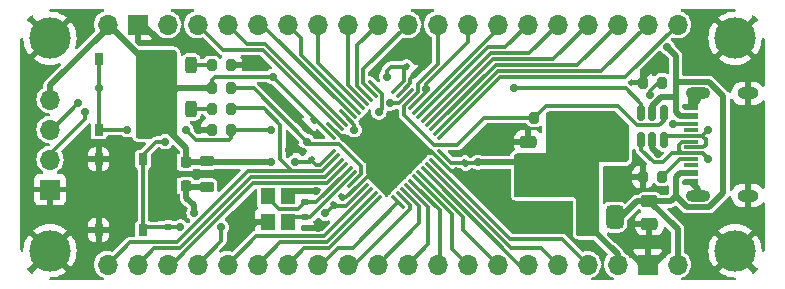
<source format=gbr>
%TF.GenerationSoftware,KiCad,Pcbnew,8.0.3*%
%TF.CreationDate,2024-06-30T21:57:39+02:00*%
%TF.ProjectId,black_pill,626c6163-6b5f-4706-996c-6c2e6b696361,rev?*%
%TF.SameCoordinates,Original*%
%TF.FileFunction,Copper,L1,Top*%
%TF.FilePolarity,Positive*%
%FSLAX46Y46*%
G04 Gerber Fmt 4.6, Leading zero omitted, Abs format (unit mm)*
G04 Created by KiCad (PCBNEW 8.0.3) date 2024-06-30 21:57:39*
%MOMM*%
%LPD*%
G01*
G04 APERTURE LIST*
G04 Aperture macros list*
%AMRoundRect*
0 Rectangle with rounded corners*
0 $1 Rounding radius*
0 $2 $3 $4 $5 $6 $7 $8 $9 X,Y pos of 4 corners*
0 Add a 4 corners polygon primitive as box body*
4,1,4,$2,$3,$4,$5,$6,$7,$8,$9,$2,$3,0*
0 Add four circle primitives for the rounded corners*
1,1,$1+$1,$2,$3*
1,1,$1+$1,$4,$5*
1,1,$1+$1,$6,$7*
1,1,$1+$1,$8,$9*
0 Add four rect primitives between the rounded corners*
20,1,$1+$1,$2,$3,$4,$5,0*
20,1,$1+$1,$4,$5,$6,$7,0*
20,1,$1+$1,$6,$7,$8,$9,0*
20,1,$1+$1,$8,$9,$2,$3,0*%
G04 Aperture macros list end*
%TA.AperFunction,SMDPad,CuDef*%
%ADD10RoundRect,0.140000X-0.219203X-0.021213X-0.021213X-0.219203X0.219203X0.021213X0.021213X0.219203X0*%
%TD*%
%TA.AperFunction,SMDPad,CuDef*%
%ADD11RoundRect,0.075000X-0.415425X-0.521491X0.521491X0.415425X0.415425X0.521491X-0.521491X-0.415425X0*%
%TD*%
%TA.AperFunction,SMDPad,CuDef*%
%ADD12RoundRect,0.075000X0.415425X-0.521491X0.521491X-0.415425X-0.415425X0.521491X-0.521491X0.415425X0*%
%TD*%
%TA.AperFunction,SMDPad,CuDef*%
%ADD13RoundRect,0.140000X0.021213X-0.219203X0.219203X-0.021213X-0.021213X0.219203X-0.219203X0.021213X0*%
%TD*%
%TA.AperFunction,SMDPad,CuDef*%
%ADD14R,1.240000X0.600000*%
%TD*%
%TA.AperFunction,SMDPad,CuDef*%
%ADD15R,1.240000X0.300000*%
%TD*%
%TA.AperFunction,ComponentPad*%
%ADD16O,2.100000X1.000000*%
%TD*%
%TA.AperFunction,ComponentPad*%
%ADD17O,1.800000X1.000000*%
%TD*%
%TA.AperFunction,ComponentPad*%
%ADD18C,3.500000*%
%TD*%
%TA.AperFunction,SMDPad,CuDef*%
%ADD19RoundRect,0.200000X0.200000X0.275000X-0.200000X0.275000X-0.200000X-0.275000X0.200000X-0.275000X0*%
%TD*%
%TA.AperFunction,SMDPad,CuDef*%
%ADD20R,0.750000X1.000000*%
%TD*%
%TA.AperFunction,SMDPad,CuDef*%
%ADD21RoundRect,0.140000X0.219203X0.021213X0.021213X0.219203X-0.219203X-0.021213X-0.021213X-0.219203X0*%
%TD*%
%TA.AperFunction,SMDPad,CuDef*%
%ADD22RoundRect,0.140000X-0.021213X0.219203X-0.219203X0.021213X0.021213X-0.219203X0.219203X-0.021213X0*%
%TD*%
%TA.AperFunction,SMDPad,CuDef*%
%ADD23R,1.200000X1.400000*%
%TD*%
%TA.AperFunction,SMDPad,CuDef*%
%ADD24RoundRect,0.140000X0.170000X-0.140000X0.170000X0.140000X-0.170000X0.140000X-0.170000X-0.140000X0*%
%TD*%
%TA.AperFunction,SMDPad,CuDef*%
%ADD25RoundRect,0.225000X0.225000X0.250000X-0.225000X0.250000X-0.225000X-0.250000X0.225000X-0.250000X0*%
%TD*%
%TA.AperFunction,SMDPad,CuDef*%
%ADD26RoundRect,0.140000X-0.170000X0.140000X-0.170000X-0.140000X0.170000X-0.140000X0.170000X0.140000X0*%
%TD*%
%TA.AperFunction,SMDPad,CuDef*%
%ADD27RoundRect,0.243750X0.243750X0.456250X-0.243750X0.456250X-0.243750X-0.456250X0.243750X-0.456250X0*%
%TD*%
%TA.AperFunction,SMDPad,CuDef*%
%ADD28RoundRect,0.250000X-0.475000X0.250000X-0.475000X-0.250000X0.475000X-0.250000X0.475000X0.250000X0*%
%TD*%
%TA.AperFunction,SMDPad,CuDef*%
%ADD29RoundRect,0.218750X-0.381250X0.218750X-0.381250X-0.218750X0.381250X-0.218750X0.381250X0.218750X0*%
%TD*%
%TA.AperFunction,ComponentPad*%
%ADD30O,1.700000X1.700000*%
%TD*%
%TA.AperFunction,ComponentPad*%
%ADD31R,1.700000X1.700000*%
%TD*%
%TA.AperFunction,SMDPad,CuDef*%
%ADD32RoundRect,0.200000X-0.200000X-0.275000X0.200000X-0.275000X0.200000X0.275000X-0.200000X0.275000X0*%
%TD*%
%TA.AperFunction,SMDPad,CuDef*%
%ADD33RoundRect,0.375000X0.375000X-0.625000X0.375000X0.625000X-0.375000X0.625000X-0.375000X-0.625000X0*%
%TD*%
%TA.AperFunction,SMDPad,CuDef*%
%ADD34RoundRect,0.500000X1.400000X-0.500000X1.400000X0.500000X-1.400000X0.500000X-1.400000X-0.500000X0*%
%TD*%
%TA.AperFunction,SMDPad,CuDef*%
%ADD35RoundRect,0.150000X0.150000X-0.512500X0.150000X0.512500X-0.150000X0.512500X-0.150000X-0.512500X0*%
%TD*%
%TA.AperFunction,SMDPad,CuDef*%
%ADD36RoundRect,0.250000X0.475000X-0.250000X0.475000X0.250000X-0.475000X0.250000X-0.475000X-0.250000X0*%
%TD*%
%TA.AperFunction,ViaPad*%
%ADD37C,0.700000*%
%TD*%
%TA.AperFunction,Conductor*%
%ADD38C,0.500000*%
%TD*%
%TA.AperFunction,Conductor*%
%ADD39C,0.300000*%
%TD*%
G04 APERTURE END LIST*
D10*
%TO.P,C4,1*%
%TO.N,+3.3V*%
X144160589Y-96410589D03*
%TO.P,C4,2*%
%TO.N,GND*%
X144839411Y-97089411D03*
%TD*%
D11*
%TO.P,U1,1,VBAT*%
%TO.N,+3.3V*%
X137612124Y-103998788D03*
%TO.P,U1,2,PC13*%
%TO.N,/C13*%
X137965678Y-104352342D03*
%TO.P,U1,3,PC14*%
%TO.N,/C14*%
X138319231Y-104705895D03*
%TO.P,U1,4,PC15*%
%TO.N,/C15*%
X138672785Y-105059449D03*
%TO.P,U1,5,PD0*%
%TO.N,/HSE_IN*%
X139026338Y-105413002D03*
%TO.P,U1,6,PD1*%
%TO.N,/HSE_OUT*%
X139379891Y-105766555D03*
%TO.P,U1,7,NRST*%
%TO.N,/NRST*%
X139733445Y-106120109D03*
%TO.P,U1,8,VSSA*%
%TO.N,GND*%
X140086998Y-106473662D03*
%TO.P,U1,9,VDDA*%
%TO.N,+3.3VA*%
X140440551Y-106827215D03*
%TO.P,U1,10,PA0*%
%TO.N,/A0*%
X140794105Y-107180769D03*
%TO.P,U1,11,PA1*%
%TO.N,/A1*%
X141147658Y-107534322D03*
%TO.P,U1,12,PA2*%
%TO.N,/A2*%
X141501212Y-107887876D03*
D12*
%TO.P,U1,13,PA3*%
%TO.N,/A3*%
X143498788Y-107887876D03*
%TO.P,U1,14,PA4*%
%TO.N,/A4*%
X143852342Y-107534322D03*
%TO.P,U1,15,PA5*%
%TO.N,/A5*%
X144205895Y-107180769D03*
%TO.P,U1,16,PA6*%
%TO.N,/A6*%
X144559449Y-106827215D03*
%TO.P,U1,17,PA7*%
%TO.N,/A7*%
X144913002Y-106473662D03*
%TO.P,U1,18,PB0*%
%TO.N,/B0*%
X145266555Y-106120109D03*
%TO.P,U1,19,PB1*%
%TO.N,/B1*%
X145620109Y-105766555D03*
%TO.P,U1,20,PB2*%
%TO.N,/B2*%
X145973662Y-105413002D03*
%TO.P,U1,21,PB10*%
%TO.N,/B10*%
X146327215Y-105059449D03*
%TO.P,U1,22,PB11*%
%TO.N,/B11*%
X146680769Y-104705895D03*
%TO.P,U1,23,VSS*%
%TO.N,GND*%
X147034322Y-104352342D03*
%TO.P,U1,24,VDD*%
%TO.N,+3.3V*%
X147387876Y-103998788D03*
D11*
%TO.P,U1,25,PB12*%
%TO.N,/B12*%
X147387876Y-102001212D03*
%TO.P,U1,26,PB13*%
%TO.N,/B13*%
X147034322Y-101647658D03*
%TO.P,U1,27,PB14*%
%TO.N,/B14*%
X146680769Y-101294105D03*
%TO.P,U1,28,PB15*%
%TO.N,/B15*%
X146327215Y-100940551D03*
%TO.P,U1,29,PA8*%
%TO.N,/A8*%
X145973662Y-100586998D03*
%TO.P,U1,30,PA9*%
%TO.N,/A9*%
X145620109Y-100233445D03*
%TO.P,U1,31,PA10*%
%TO.N,/A10*%
X145266555Y-99879891D03*
%TO.P,U1,32,PA11*%
%TO.N,/A11*%
X144913002Y-99526338D03*
%TO.P,U1,33,PA12*%
%TO.N,/A12*%
X144559449Y-99172785D03*
%TO.P,U1,34,PA13*%
%TO.N,/SWDIO*%
X144205895Y-98819231D03*
%TO.P,U1,35,VSS*%
%TO.N,GND*%
X143852342Y-98465678D03*
%TO.P,U1,36,VDD*%
%TO.N,+3.3V*%
X143498788Y-98112124D03*
D12*
%TO.P,U1,37,PA14*%
%TO.N,/SWCLK*%
X141501212Y-98112124D03*
%TO.P,U1,38,PA15*%
%TO.N,/A15*%
X141147658Y-98465678D03*
%TO.P,U1,39,PB3*%
%TO.N,/B3*%
X140794105Y-98819231D03*
%TO.P,U1,40,PB4*%
%TO.N,/B4*%
X140440551Y-99172785D03*
%TO.P,U1,41,PB5*%
%TO.N,/B5*%
X140086998Y-99526338D03*
%TO.P,U1,42,PB6*%
%TO.N,/B6*%
X139733445Y-99879891D03*
%TO.P,U1,43,PB7*%
%TO.N,/B7*%
X139379891Y-100233445D03*
%TO.P,U1,44,BOOT0*%
%TO.N,/BOOT0*%
X139026338Y-100586998D03*
%TO.P,U1,45,PB8*%
%TO.N,/B8*%
X138672785Y-100940551D03*
%TO.P,U1,46,PB9*%
%TO.N,/B9*%
X138319231Y-101294105D03*
%TO.P,U1,47,VSS*%
%TO.N,GND*%
X137965678Y-101647658D03*
%TO.P,U1,48,VDD*%
%TO.N,+3.3V*%
X137612124Y-102001212D03*
%TD*%
D13*
%TO.P,C5,1*%
%TO.N,+3.3VA*%
X138060589Y-108139411D03*
%TO.P,C5,2*%
%TO.N,GND*%
X138739411Y-107460589D03*
%TD*%
D14*
%TO.P,J1,A1,GND*%
%TO.N,GND*%
X168275000Y-106200000D03*
%TO.P,J1,A4,VBUS*%
%TO.N,VBUS*%
X168275000Y-105400000D03*
D15*
%TO.P,J1,A5,CC1*%
%TO.N,/CC1*%
X168275000Y-104250000D03*
%TO.P,J1,A6,D+*%
%TO.N,/DP*%
X168275000Y-103250000D03*
%TO.P,J1,A7,D-*%
%TO.N,/DN*%
X168275000Y-102750000D03*
%TO.P,J1,A8,SBU1*%
%TO.N,unconnected-(J1-SBU1-PadA8)*%
X168275000Y-101750000D03*
D14*
%TO.P,J1,A9,VBUS*%
%TO.N,VBUS*%
X168275000Y-100600000D03*
%TO.P,J1,A12,GND*%
%TO.N,GND*%
X168275000Y-99800000D03*
%TO.P,J1,B1,GND*%
X168275000Y-99800000D03*
%TO.P,J1,B4,VBUS*%
%TO.N,VBUS*%
X168275000Y-100600000D03*
D15*
%TO.P,J1,B5,CC2*%
%TO.N,/CC2*%
X168275000Y-101250000D03*
%TO.P,J1,B6,D+*%
%TO.N,/DP*%
X168275000Y-102250000D03*
%TO.P,J1,B7,D-*%
%TO.N,/DN*%
X168275000Y-103750000D03*
%TO.P,J1,B8,SBU2*%
%TO.N,unconnected-(J1-SBU2-PadB8)*%
X168275000Y-104750000D03*
D14*
%TO.P,J1,B9,VBUS*%
%TO.N,VBUS*%
X168275000Y-105400000D03*
%TO.P,J1,B12,GND*%
%TO.N,GND*%
X168275000Y-106200000D03*
D16*
%TO.P,J1,S1,SHIELD*%
X168875000Y-107320000D03*
D17*
X173075000Y-107320000D03*
D16*
X168875000Y-98680000D03*
D17*
X173075000Y-98680000D03*
%TD*%
D18*
%TO.P,H1,1,1*%
%TO.N,GND*%
X114000000Y-94000000D03*
%TD*%
D19*
%TO.P,R3,1*%
%TO.N,GND*%
X129325000Y-96250000D03*
%TO.P,R3,2*%
%TO.N,Net-(D1-K)*%
X127675000Y-96250000D03*
%TD*%
D18*
%TO.P,H4,1,1*%
%TO.N,GND*%
X172000000Y-94000000D03*
%TD*%
D20*
%TO.P,SW1,1,A*%
%TO.N,GND*%
X118125000Y-110250000D03*
X118125000Y-104250000D03*
%TO.P,SW1,2,B*%
%TO.N,/NRST*%
X121875000Y-110250000D03*
X121875000Y-104250000D03*
%TD*%
D18*
%TO.P,H2,1,1*%
%TO.N,GND*%
X114000000Y-112000000D03*
%TD*%
D21*
%TO.P,C2,1*%
%TO.N,+3.3V*%
X136089411Y-104339411D03*
%TO.P,C2,2*%
%TO.N,GND*%
X135410589Y-103660589D03*
%TD*%
D20*
%TO.P,SW2,1,A*%
%TO.N,+3.3V*%
X121875000Y-95750000D03*
X121875000Y-101750000D03*
%TO.P,SW2,2,B*%
%TO.N,/BOOT0*%
X118125000Y-95750000D03*
X118125000Y-101750000D03*
%TD*%
D22*
%TO.P,C3,1*%
%TO.N,+3.3V*%
X149178822Y-104571178D03*
%TO.P,C3,2*%
%TO.N,GND*%
X148500000Y-105250000D03*
%TD*%
D23*
%TO.P,Y1,1,1*%
%TO.N,/HSE_IN*%
X132435000Y-107400000D03*
%TO.P,Y1,2,2*%
%TO.N,GND*%
X132435000Y-109600000D03*
%TO.P,Y1,3,3*%
%TO.N,/HSE_OUT*%
X134135000Y-109600000D03*
%TO.P,Y1,4,4*%
%TO.N,GND*%
X134135000Y-107400000D03*
%TD*%
D24*
%TO.P,C9,1*%
%TO.N,/HSE_IN*%
X135585000Y-107880000D03*
%TO.P,C9,2*%
%TO.N,GND*%
X135585000Y-106920000D03*
%TD*%
D25*
%TO.P,C7,1*%
%TO.N,+3.3V*%
X125525000Y-104500000D03*
%TO.P,C7,2*%
%TO.N,GND*%
X123975000Y-104500000D03*
%TD*%
D26*
%TO.P,C10,1*%
%TO.N,/HSE_OUT*%
X135585000Y-109120000D03*
%TO.P,C10,2*%
%TO.N,GND*%
X135585000Y-110080000D03*
%TD*%
D24*
%TO.P,C11,1*%
%TO.N,/NRST*%
X124000000Y-109980000D03*
%TO.P,C11,2*%
%TO.N,GND*%
X124000000Y-109020000D03*
%TD*%
D25*
%TO.P,C8,1*%
%TO.N,+3.3VA*%
X125550000Y-106500000D03*
%TO.P,C8,2*%
%TO.N,GND*%
X124000000Y-106500000D03*
%TD*%
D27*
%TO.P,D1,1,K*%
%TO.N,Net-(D1-K)*%
X125937500Y-96250000D03*
%TO.P,D1,2,A*%
%TO.N,+3.3V*%
X124062500Y-96250000D03*
%TD*%
D28*
%TO.P,C12,1*%
%TO.N,VBUS*%
X164750000Y-107800000D03*
%TO.P,C12,2*%
%TO.N,GND*%
X164750000Y-109700000D03*
%TD*%
D19*
%TO.P,R2,1*%
%TO.N,/CC1*%
X165825000Y-105750000D03*
%TO.P,R2,2*%
%TO.N,GND*%
X164175000Y-105750000D03*
%TD*%
D29*
%TO.P,FB1,1*%
%TO.N,+3.3V*%
X127275000Y-104437500D03*
%TO.P,FB1,2*%
%TO.N,+3.3VA*%
X127275000Y-106562500D03*
%TD*%
D19*
%TO.P,R1,1*%
%TO.N,/CC2*%
X165825000Y-97750000D03*
%TO.P,R1,2*%
%TO.N,GND*%
X164175000Y-97750000D03*
%TD*%
D30*
%TO.P,J2,1,Pin_1*%
%TO.N,+3.3V*%
X118875000Y-92840000D03*
D31*
%TO.P,J2,2,Pin_2*%
%TO.N,GND*%
X121415000Y-92840000D03*
D30*
%TO.P,J2,3,Pin_3*%
%TO.N,VBUS*%
X123955000Y-92840000D03*
%TO.P,J2,4,Pin_4*%
%TO.N,/B9*%
X126495000Y-92840000D03*
%TO.P,J2,5,Pin_5*%
%TO.N,/B8*%
X129035000Y-92840000D03*
%TO.P,J2,6,Pin_6*%
%TO.N,/B7*%
X131575000Y-92840000D03*
%TO.P,J2,7,Pin_7*%
%TO.N,/B6*%
X134115000Y-92840000D03*
%TO.P,J2,8,Pin_8*%
%TO.N,/B5*%
X136655000Y-92840000D03*
%TO.P,J2,9,Pin_9*%
%TO.N,/B4*%
X139195000Y-92840000D03*
%TO.P,J2,10,Pin_10*%
%TO.N,/B3*%
X141735000Y-92840000D03*
%TO.P,J2,11,Pin_11*%
%TO.N,/A15*%
X144275000Y-92840000D03*
%TO.P,J2,12,Pin_12*%
%TO.N,/A12*%
X146815000Y-92840000D03*
%TO.P,J2,13,Pin_13*%
%TO.N,/A11*%
X149355000Y-92840000D03*
%TO.P,J2,14,Pin_14*%
%TO.N,/A10*%
X151895000Y-92840000D03*
%TO.P,J2,15,Pin_15*%
%TO.N,/A9*%
X154435000Y-92840000D03*
%TO.P,J2,16,Pin_16*%
%TO.N,/A8*%
X156975000Y-92840000D03*
%TO.P,J2,17,Pin_17*%
%TO.N,/B15*%
X159515000Y-92840000D03*
%TO.P,J2,18,Pin_18*%
%TO.N,/B14*%
X162055000Y-92840000D03*
%TO.P,J2,19,Pin_19*%
%TO.N,/B13*%
X164595000Y-92840000D03*
%TO.P,J2,20,Pin_20*%
%TO.N,/B12*%
X167135000Y-92840000D03*
%TD*%
D32*
%TO.P,R4,1*%
%TO.N,+3.3V*%
X127675000Y-98250000D03*
%TO.P,R4,2*%
%TO.N,/NRST*%
X129325000Y-98250000D03*
%TD*%
D22*
%TO.P,C1,1*%
%TO.N,+3.3V*%
X136339411Y-100910589D03*
%TO.P,C1,2*%
%TO.N,GND*%
X135660589Y-101589411D03*
%TD*%
D19*
%TO.P,R5,1*%
%TO.N,/C13*%
X129331250Y-100000000D03*
%TO.P,R5,2*%
%TO.N,Net-(D2-K)*%
X127681250Y-100000000D03*
%TD*%
%TO.P,R7,1*%
%TO.N,+3.3V*%
X156650000Y-100750000D03*
%TO.P,R7,2*%
%TO.N,/A12*%
X155000000Y-100750000D03*
%TD*%
D30*
%TO.P,J3,1,Pin_1*%
%TO.N,VBUS*%
X167135000Y-113160000D03*
D31*
%TO.P,J3,2,Pin_2*%
%TO.N,GND*%
X164595000Y-113160000D03*
D30*
%TO.P,J3,3,Pin_3*%
%TO.N,+3.3V*%
X162055000Y-113160000D03*
%TO.P,J3,4,Pin_4*%
%TO.N,/B11*%
X159515000Y-113160000D03*
%TO.P,J3,5,Pin_5*%
%TO.N,/B10*%
X156975000Y-113160000D03*
%TO.P,J3,6,Pin_6*%
%TO.N,/B2*%
X154435000Y-113160000D03*
%TO.P,J3,7,Pin_7*%
%TO.N,/B1*%
X151895000Y-113160000D03*
%TO.P,J3,8,Pin_8*%
%TO.N,/B0*%
X149355000Y-113160000D03*
%TO.P,J3,9,Pin_9*%
%TO.N,/A7*%
X146815000Y-113160000D03*
%TO.P,J3,10,Pin_10*%
%TO.N,/A6*%
X144275000Y-113160000D03*
%TO.P,J3,11,Pin_11*%
%TO.N,/A5*%
X141735000Y-113160000D03*
%TO.P,J3,12,Pin_12*%
%TO.N,/A4*%
X139195000Y-113160000D03*
%TO.P,J3,13,Pin_13*%
%TO.N,/A3*%
X136655000Y-113160000D03*
%TO.P,J3,14,Pin_14*%
%TO.N,/A2*%
X134115000Y-113160000D03*
%TO.P,J3,15,Pin_15*%
%TO.N,/A1*%
X131575000Y-113160000D03*
%TO.P,J3,16,Pin_16*%
%TO.N,/A0*%
X129035000Y-113160000D03*
%TO.P,J3,17,Pin_17*%
%TO.N,/NRST*%
X126495000Y-113160000D03*
%TO.P,J3,18,Pin_18*%
%TO.N,/C15*%
X123955000Y-113160000D03*
%TO.P,J3,19,Pin_19*%
%TO.N,/C14*%
X121415000Y-113160000D03*
%TO.P,J3,20,Pin_20*%
%TO.N,/C13*%
X118875000Y-113160000D03*
%TD*%
D18*
%TO.P,H3,1,1*%
%TO.N,GND*%
X172000000Y-112000000D03*
%TD*%
D33*
%TO.P,U2,1,GND*%
%TO.N,GND*%
X157200000Y-109150000D03*
%TO.P,U2,2,VO*%
%TO.N,+3.3V*%
X159500000Y-109150000D03*
D34*
X159500000Y-102850000D03*
D33*
%TO.P,U2,3,VI*%
%TO.N,VBUS*%
X161800000Y-109150000D03*
%TD*%
D32*
%TO.P,R6,1*%
%TO.N,GND*%
X127675000Y-101750000D03*
%TO.P,R6,2*%
%TO.N,/BOOT0*%
X129325000Y-101750000D03*
%TD*%
D35*
%TO.P,U3,1,I/O1*%
%TO.N,/DN*%
X164050000Y-102637500D03*
%TO.P,U3,2,GND*%
%TO.N,GND*%
X165000000Y-102637500D03*
%TO.P,U3,3,I/O2*%
%TO.N,/DP*%
X165950000Y-102637500D03*
%TO.P,U3,4,I/O2*%
%TO.N,/A12*%
X165950000Y-100362500D03*
%TO.P,U3,5,VBUS*%
%TO.N,VBUS*%
X165000000Y-100362500D03*
%TO.P,U3,6,I/O1*%
%TO.N,/A11*%
X164050000Y-100362500D03*
%TD*%
D36*
%TO.P,C6,1*%
%TO.N,+3.3V*%
X154500000Y-104700000D03*
%TO.P,C6,2*%
%TO.N,GND*%
X154500000Y-102800000D03*
%TD*%
D27*
%TO.P,D2,1,K*%
%TO.N,Net-(D2-K)*%
X125943750Y-100000000D03*
%TO.P,D2,2,A*%
%TO.N,+3.3V*%
X124068750Y-100000000D03*
%TD*%
D31*
%TO.P,J4,1,Pin_1*%
%TO.N,GND*%
X114000000Y-106810000D03*
D30*
%TO.P,J4,2,Pin_2*%
%TO.N,/SWCLK*%
X114000000Y-104270000D03*
%TO.P,J4,3,Pin_3*%
%TO.N,/SWDIO*%
X114000000Y-101730000D03*
%TO.P,J4,4,Pin_4*%
%TO.N,+3.3V*%
X114000000Y-99190000D03*
%TD*%
D28*
%TO.P,C13,1*%
%TO.N,+3.3V*%
X154500000Y-106800000D03*
%TO.P,C13,2*%
%TO.N,GND*%
X154500000Y-108700000D03*
%TD*%
D37*
%TO.N,GND*%
X138934262Y-102450000D03*
X132500000Y-98250000D03*
X165250000Y-96250000D03*
X130750000Y-96250000D03*
X136720000Y-110042500D03*
X134250000Y-103500000D03*
X125030000Y-108750000D03*
X152500000Y-102800000D03*
X136499391Y-106950000D03*
X126500000Y-101750000D03*
X165500000Y-103800000D03*
X131035000Y-110000000D03*
X145750000Y-96000000D03*
X155000000Y-110000000D03*
X141250000Y-105750000D03*
X154000000Y-110000000D03*
X162250000Y-106250000D03*
%TO.N,+3.3V*%
X142500000Y-97250000D03*
X134750000Y-104500000D03*
X150250000Y-104500000D03*
X132839411Y-97250000D03*
X132750000Y-104500000D03*
%TO.N,/NRST*%
X128500000Y-110000000D03*
X135750000Y-102750000D03*
X125030050Y-109980000D03*
X123750000Y-102750000D03*
%TO.N,+3.3VA*%
X126200000Y-108800000D03*
X137309099Y-108827297D03*
%TO.N,/CC2*%
X164784314Y-98784314D03*
X166750000Y-101250000D03*
%TO.N,VBUS*%
X166250000Y-94750000D03*
%TO.N,/BOOT0*%
X139750000Y-101750000D03*
X118125000Y-98250000D03*
X125500000Y-101750000D03*
X120500000Y-101750000D03*
X132750000Y-101750000D03*
%TO.N,/SWCLK*%
X117000000Y-100250000D03*
X141841234Y-100250000D03*
%TO.N,/SWDIO*%
X116400000Y-99500000D03*
X142795619Y-99500000D03*
%TO.N,/A11*%
X145858578Y-98297918D03*
X153250000Y-98250000D03*
%TO.N,/DN*%
X169750000Y-104250000D03*
%TO.N,/DP*%
X169750000Y-101750000D03*
%TD*%
D38*
%TO.N,GND*%
X129325000Y-96250000D02*
X130750000Y-96250000D01*
X132500000Y-98428822D02*
X135660589Y-101589411D01*
X164175000Y-97750000D02*
X164175000Y-97325000D01*
X124760000Y-109020000D02*
X125030000Y-108750000D01*
X135250000Y-103500000D02*
X135410589Y-103660589D01*
X168875000Y-99200000D02*
X168275000Y-99800000D01*
D39*
X144839411Y-97089411D02*
X144839411Y-96910589D01*
D38*
X134615000Y-106920000D02*
X135585000Y-106920000D01*
X164175000Y-97325000D02*
X165250000Y-96250000D01*
D39*
X147034322Y-104352342D02*
X146439914Y-103757934D01*
X146439914Y-103757934D02*
X143242066Y-103757934D01*
X138934262Y-102450000D02*
X138768020Y-102450000D01*
X148500000Y-105250000D02*
X147931980Y-105250000D01*
D38*
X121840000Y-92840000D02*
X123000000Y-94000000D01*
X132500000Y-98250000D02*
X132500000Y-98428822D01*
X165090000Y-113160000D02*
X166250000Y-112000000D01*
X165000000Y-103300000D02*
X165500000Y-103800000D01*
D39*
X144500000Y-97428822D02*
X144839411Y-97089411D01*
D38*
X123975000Y-106475000D02*
X124000000Y-106500000D01*
X164175000Y-105750000D02*
X162750000Y-105750000D01*
D39*
X143852342Y-98465678D02*
X144500000Y-97818020D01*
D38*
X168875000Y-98680000D02*
X168875000Y-99200000D01*
D39*
X144839411Y-96910589D02*
X145750000Y-96000000D01*
D38*
X168875000Y-107320000D02*
X168875000Y-106800000D01*
X124000000Y-109020000D02*
X124760000Y-109020000D01*
X162750000Y-105750000D02*
X162250000Y-106250000D01*
D39*
X144500000Y-97818020D02*
X144500000Y-97428822D01*
X138768020Y-102450000D02*
X137965678Y-101647658D01*
D38*
X136682500Y-110080000D02*
X135585000Y-110080000D01*
X123975000Y-104500000D02*
X123975000Y-106475000D01*
X152500000Y-102800000D02*
X154500000Y-102800000D01*
X164160000Y-113160000D02*
X164595000Y-113160000D01*
X132435000Y-109600000D02*
X131435000Y-109600000D01*
D39*
X140086998Y-106473662D02*
X140810660Y-105750000D01*
X139100071Y-107460589D02*
X140086998Y-106473662D01*
D38*
X121415000Y-92840000D02*
X121840000Y-92840000D01*
D39*
X140810660Y-105750000D02*
X141250000Y-105750000D01*
D38*
X134250000Y-103500000D02*
X135250000Y-103500000D01*
X136720000Y-110042500D02*
X136682500Y-110080000D01*
X164160000Y-113160000D02*
X163000000Y-112000000D01*
X124000000Y-109020000D02*
X124000000Y-106500000D01*
X131435000Y-109600000D02*
X131035000Y-110000000D01*
X127675000Y-101750000D02*
X126500000Y-101750000D01*
D39*
X147931980Y-105250000D02*
X147034322Y-104352342D01*
D38*
X135585000Y-106920000D02*
X136469391Y-106920000D01*
X134135000Y-107400000D02*
X134615000Y-106920000D01*
D39*
X143242066Y-103757934D02*
X141250000Y-105750000D01*
D38*
X165000000Y-102637500D02*
X165000000Y-103300000D01*
D39*
X138739411Y-107460589D02*
X139100071Y-107460589D01*
D38*
X168875000Y-106800000D02*
X168275000Y-106200000D01*
X136469391Y-106920000D02*
X136499391Y-106950000D01*
%TO.N,+3.3V*%
X125525000Y-104500000D02*
X127212500Y-104500000D01*
X154300000Y-104500000D02*
X154500000Y-104700000D01*
X150250000Y-104500000D02*
X154300000Y-104500000D01*
X124750000Y-98250000D02*
X124068750Y-98931250D01*
D39*
X144000000Y-96571178D02*
X144000000Y-97610912D01*
X136339411Y-100910589D02*
X136521501Y-100910589D01*
D38*
X124068750Y-98931250D02*
X124068750Y-100000000D01*
X118875000Y-93125000D02*
X118875000Y-92840000D01*
X114000000Y-99190000D02*
X114000000Y-98000000D01*
D39*
X149178822Y-104571178D02*
X149145697Y-104538053D01*
X136521501Y-100910589D02*
X137612124Y-102001212D01*
D38*
X125525000Y-103275000D02*
X125525000Y-104500000D01*
D39*
X150178822Y-104571178D02*
X150250000Y-104500000D01*
D38*
X114000000Y-98000000D02*
X118875000Y-93125000D01*
X127212500Y-104500000D02*
X127275000Y-104437500D01*
D39*
X136339411Y-100750000D02*
X136339411Y-100910589D01*
D38*
X162055000Y-113160000D02*
X162055000Y-112305000D01*
X124062500Y-96250000D02*
X122375000Y-96250000D01*
D39*
X142500000Y-97250000D02*
X142500000Y-96750000D01*
X144000000Y-97610912D02*
X143498788Y-98112124D01*
D38*
X124068750Y-101500000D02*
X124068750Y-101818750D01*
D39*
X127675000Y-97575000D02*
X127675000Y-98250000D01*
X132839411Y-97250000D02*
X128000000Y-97250000D01*
D38*
X124750000Y-102500000D02*
X125525000Y-103275000D01*
X124068750Y-96256250D02*
X124062500Y-96250000D01*
X159500000Y-109750000D02*
X159500000Y-109150000D01*
D39*
X149178822Y-104571178D02*
X150178822Y-104571178D01*
X147927141Y-104538053D02*
X147387876Y-103998788D01*
D38*
X132750000Y-104500000D02*
X127337500Y-104500000D01*
D39*
X144160589Y-96410589D02*
X144000000Y-96571178D01*
D38*
X162055000Y-112305000D02*
X159500000Y-109750000D01*
X124068750Y-101818750D02*
X124750000Y-102500000D01*
X127675000Y-98250000D02*
X124750000Y-98250000D01*
D39*
X142839411Y-96410589D02*
X144160589Y-96410589D01*
X135928822Y-104500000D02*
X136089411Y-104339411D01*
D38*
X122375000Y-96250000D02*
X121875000Y-95750000D01*
X124187500Y-100118750D02*
X124068750Y-100000000D01*
X118875000Y-92840000D02*
X118965000Y-92840000D01*
X124068750Y-100000000D02*
X124068750Y-96256250D01*
X127337500Y-104500000D02*
X127275000Y-104437500D01*
X118965000Y-92840000D02*
X121875000Y-95750000D01*
D39*
X134750000Y-104500000D02*
X135928822Y-104500000D01*
X132839411Y-97250000D02*
X136339411Y-100750000D01*
X136089411Y-104339411D02*
X136500000Y-104750000D01*
X128000000Y-97250000D02*
X127675000Y-97575000D01*
X136860912Y-104750000D02*
X137612124Y-103998788D01*
X149145697Y-104538053D02*
X147927141Y-104538053D01*
X136500000Y-104750000D02*
X136860912Y-104750000D01*
X142500000Y-96750000D02*
X142839411Y-96410589D01*
D38*
X124068750Y-100000000D02*
X124068750Y-101500000D01*
D39*
%TO.N,/NRST*%
X125030050Y-109980000D02*
X124000000Y-109980000D01*
X123000000Y-102750000D02*
X121875000Y-103875000D01*
X123750000Y-102750000D02*
X123000000Y-102750000D01*
X122145000Y-109980000D02*
X124000000Y-109980000D01*
X128500000Y-110000000D02*
X128500000Y-111155000D01*
X135949173Y-102949173D02*
X138443485Y-102949173D01*
X138443485Y-102949173D02*
X140327852Y-104833540D01*
X121875000Y-103875000D02*
X121875000Y-104250000D01*
X121875000Y-110250000D02*
X122145000Y-109980000D01*
X140327852Y-105525702D02*
X139733445Y-106120109D01*
X135750000Y-102750000D02*
X131250000Y-98250000D01*
X121875000Y-104250000D02*
X121875000Y-110250000D01*
X131250000Y-98250000D02*
X129325000Y-98250000D01*
X140327852Y-104833540D02*
X140327852Y-105525702D01*
X128500000Y-111155000D02*
X126495000Y-113160000D01*
X135750000Y-102750000D02*
X135949173Y-102949173D01*
%TO.N,Net-(D1-K)*%
X125937500Y-96250000D02*
X127675000Y-96250000D01*
%TO.N,Net-(D2-K)*%
X125943750Y-100000000D02*
X127681250Y-100000000D01*
%TO.N,+3.3VA*%
X139095230Y-108172536D02*
X138093714Y-108172536D01*
D38*
X125550000Y-107489314D02*
X126200000Y-108139314D01*
X125612500Y-106562500D02*
X125550000Y-106500000D01*
X127275000Y-106562500D02*
X125612500Y-106562500D01*
X125550000Y-106500000D02*
X125550000Y-107489314D01*
D39*
X138093714Y-108172536D02*
X138060589Y-108139411D01*
X137372703Y-108827297D02*
X138060589Y-108139411D01*
D38*
X126200000Y-108139314D02*
X126200000Y-108800000D01*
D39*
X140440551Y-106827215D02*
X139095230Y-108172536D01*
X137309099Y-108827297D02*
X137372703Y-108827297D01*
%TO.N,/CC2*%
X164784314Y-98784314D02*
X164784314Y-98465686D01*
X164784314Y-98465686D02*
X165500000Y-97750000D01*
X166750000Y-101250000D02*
X168275000Y-101250000D01*
X165500000Y-97750000D02*
X165825000Y-97750000D01*
D38*
%TO.N,VBUS*%
X167000000Y-97750000D02*
X167020000Y-97730000D01*
X171000000Y-107088503D02*
X169818503Y-108270000D01*
X167000000Y-99000000D02*
X167000000Y-100250000D01*
X165000000Y-100362500D02*
X165000000Y-99700001D01*
X167931497Y-108270000D02*
X167000000Y-107338503D01*
X167000000Y-107338503D02*
X167000000Y-105750000D01*
X167135000Y-110185000D02*
X164750000Y-107800000D01*
X167350000Y-100600000D02*
X168275000Y-100600000D01*
X167020000Y-97730000D02*
X169818503Y-97730000D01*
X169818503Y-97730000D02*
X171000000Y-98911497D01*
X165000000Y-99700001D02*
X165700001Y-99000000D01*
X167000000Y-97750000D02*
X167000000Y-99000000D01*
X171000000Y-98911497D02*
X171000000Y-107088503D01*
X166538503Y-107800000D02*
X164750000Y-107800000D01*
X167135000Y-113160000D02*
X167135000Y-110185000D01*
X165700001Y-99000000D02*
X167000000Y-99000000D01*
X166250000Y-94750000D02*
X167000000Y-95500000D01*
X162350000Y-109150000D02*
X163700000Y-107800000D01*
X161800000Y-109150000D02*
X162350000Y-109150000D01*
X167000000Y-95500000D02*
X167000000Y-97750000D01*
X169818503Y-108270000D02*
X167931497Y-108270000D01*
X167000000Y-107338503D02*
X166538503Y-107800000D01*
X167000000Y-105750000D02*
X167350000Y-105400000D01*
X167000000Y-100250000D02*
X167350000Y-100600000D01*
X167350000Y-105400000D02*
X168275000Y-105400000D01*
X163700000Y-107800000D02*
X164750000Y-107800000D01*
D39*
%TO.N,/CC1*%
X167325000Y-104250000D02*
X165825000Y-105750000D01*
X168275000Y-104250000D02*
X167325000Y-104250000D01*
%TO.N,/B1*%
X149000000Y-109146448D02*
X149000000Y-110265000D01*
X145620109Y-105766557D02*
X149000000Y-109146448D01*
X145620109Y-105766555D02*
X145620109Y-105766557D01*
X149000000Y-110265000D02*
X151895000Y-113160000D01*
%TO.N,/B2*%
X145973662Y-105413002D02*
X145973662Y-105413004D01*
X153720658Y-113160000D02*
X154435000Y-113160000D01*
X145973662Y-105413004D02*
X153720658Y-113160000D01*
%TO.N,/B0*%
X148000000Y-111805000D02*
X149355000Y-113160000D01*
X148000000Y-108853554D02*
X148000000Y-111805000D01*
X145266555Y-106120109D02*
X148000000Y-108853554D01*
%TO.N,/B13*%
X151931980Y-96750000D02*
X160685000Y-96750000D01*
X147034322Y-101647658D02*
X151931980Y-96750000D01*
X160685000Y-96750000D02*
X164595000Y-92840000D01*
%TO.N,/B7*%
X139379891Y-100233445D02*
X131986446Y-92840000D01*
X131986446Y-92840000D02*
X131575000Y-92840000D01*
%TO.N,/B12*%
X152139088Y-97250000D02*
X162725000Y-97250000D01*
X147387876Y-102001212D02*
X152139088Y-97250000D01*
X162725000Y-97250000D02*
X167135000Y-92840000D01*
%TO.N,/B3*%
X140794105Y-98819231D02*
X140000000Y-98025126D01*
X140000000Y-98025126D02*
X140000000Y-94575000D01*
X140000000Y-94575000D02*
X141735000Y-92840000D01*
%TO.N,/B8*%
X138672785Y-100940551D02*
X132232234Y-94500000D01*
X132232234Y-94500000D02*
X130695000Y-94500000D01*
X130695000Y-94500000D02*
X129035000Y-92840000D01*
%TO.N,/B5*%
X136655000Y-96094340D02*
X136655000Y-92840000D01*
X140086998Y-99526338D02*
X136655000Y-96094340D01*
%TO.N,/B9*%
X128655000Y-95000000D02*
X126495000Y-92840000D01*
X132025126Y-95000000D02*
X128655000Y-95000000D01*
X138319231Y-101294105D02*
X132025126Y-95000000D01*
%TO.N,/B4*%
X139195000Y-97927234D02*
X139195000Y-92840000D01*
X140440551Y-99172785D02*
X139195000Y-97927234D01*
%TO.N,/B15*%
X146327215Y-100940551D02*
X151517766Y-95750000D01*
X156605000Y-95750000D02*
X159515000Y-92840000D01*
X151517766Y-95750000D02*
X156605000Y-95750000D01*
%TO.N,/B14*%
X151724874Y-96250000D02*
X158645000Y-96250000D01*
X158645000Y-96250000D02*
X162055000Y-92840000D01*
X146680769Y-101294105D02*
X151724874Y-96250000D01*
%TO.N,/BOOT0*%
X129175000Y-102575000D02*
X129325000Y-102425000D01*
X118125000Y-98250000D02*
X118125000Y-95750000D01*
X120500000Y-101750000D02*
X118125000Y-101750000D01*
X126325000Y-102575000D02*
X129175000Y-102575000D01*
X139750000Y-101310660D02*
X139750000Y-101750000D01*
X129325000Y-102425000D02*
X129325000Y-101750000D01*
X118125000Y-101750000D02*
X118125000Y-98250000D01*
X139026338Y-100586998D02*
X139750000Y-101310660D01*
X132750000Y-101750000D02*
X129325000Y-101750000D01*
X125500000Y-101750000D02*
X126325000Y-102575000D01*
%TO.N,/B6*%
X135250000Y-95396446D02*
X135250000Y-93975000D01*
X135250000Y-93975000D02*
X134115000Y-92840000D01*
X139733445Y-99879891D02*
X135250000Y-95396446D01*
%TO.N,/B10*%
X153017766Y-111750000D02*
X155565000Y-111750000D01*
X146327215Y-105059449D02*
X153017766Y-111750000D01*
X155565000Y-111750000D02*
X156975000Y-113160000D01*
%TO.N,/B11*%
X157355000Y-111000000D02*
X159515000Y-113160000D01*
X152974874Y-111000000D02*
X157355000Y-111000000D01*
X146680769Y-104705895D02*
X152974874Y-111000000D01*
%TO.N,/A1*%
X141147658Y-107534322D02*
X140553252Y-108128730D01*
X140553252Y-108128730D02*
X137431982Y-111250000D01*
X133492500Y-111242500D02*
X131575000Y-113160000D01*
X137431982Y-111250000D02*
X133500000Y-111250000D01*
X133500000Y-111250000D02*
X133492500Y-111242500D01*
%TO.N,/C15*%
X124297107Y-113160000D02*
X123955000Y-113160000D01*
X131207106Y-106250000D02*
X129128553Y-108328553D01*
X129128553Y-108328553D02*
X125500000Y-111957107D01*
X125500000Y-111957107D02*
X124297107Y-113160000D01*
X137482234Y-106250000D02*
X131207106Y-106250000D01*
X138672785Y-105059449D02*
X137482234Y-106250000D01*
%TO.N,/C14*%
X122825000Y-111750000D02*
X121415000Y-113160000D01*
X125000000Y-111750000D02*
X122825000Y-111750000D01*
X138319231Y-104705895D02*
X137275126Y-105750000D01*
X137275126Y-105750000D02*
X131000000Y-105750000D01*
X131000000Y-105750000D02*
X125000000Y-111750000D01*
%TO.N,/HSE_OUT*%
X134615000Y-109120000D02*
X134135000Y-109600000D01*
X139379891Y-105766555D02*
X136026446Y-109120000D01*
X136026446Y-109120000D02*
X135585000Y-109120000D01*
X135585000Y-109120000D02*
X134615000Y-109120000D01*
%TO.N,/A0*%
X131492500Y-110742500D02*
X131472500Y-110722500D01*
X140794105Y-107180769D02*
X137232374Y-110742500D01*
X131472500Y-110722500D02*
X129035000Y-113160000D01*
X137232374Y-110742500D02*
X131492500Y-110742500D01*
%TO.N,/A15*%
X141147658Y-98465678D02*
X140500000Y-97818020D01*
X140500000Y-97818020D02*
X140500000Y-96615000D01*
X140500000Y-96615000D02*
X144275000Y-92840000D01*
%TO.N,/A6*%
X146000000Y-111435000D02*
X144275000Y-113160000D01*
X144559449Y-106827215D02*
X146000000Y-108267766D01*
X146000000Y-108267766D02*
X146000000Y-111435000D01*
%TO.N,/A2*%
X135525000Y-111750000D02*
X134115000Y-113160000D01*
X137639088Y-111750000D02*
X135525000Y-111750000D01*
X141501212Y-107887876D02*
X137639088Y-111750000D01*
%TO.N,/A4*%
X144446749Y-108477873D02*
X139764622Y-113160000D01*
X143852342Y-107534322D02*
X144446749Y-108128729D01*
X139764622Y-113160000D02*
X139195000Y-113160000D01*
X144446749Y-108128729D02*
X144446749Y-108477873D01*
%TO.N,/A7*%
X144913002Y-106473662D02*
X146982234Y-108542894D01*
X146982234Y-112992766D02*
X146815000Y-113160000D01*
X146982234Y-108542894D02*
X146982234Y-112992766D01*
%TO.N,/A3*%
X139636664Y-111750000D02*
X138346196Y-111750000D01*
X136936196Y-113160000D02*
X136655000Y-113160000D01*
X138346196Y-111750000D02*
X136936196Y-113160000D01*
X143498788Y-107887876D02*
X139636664Y-111750000D01*
%TO.N,/C13*%
X129431250Y-99900000D02*
X132092894Y-99900000D01*
X124750000Y-111250000D02*
X120785000Y-111250000D01*
X132092894Y-99900000D02*
X133500000Y-101307106D01*
X137068020Y-105250000D02*
X136000000Y-105250000D01*
X130750000Y-105250000D02*
X124750000Y-111250000D01*
X137965678Y-104352342D02*
X137068020Y-105250000D01*
X120785000Y-111250000D02*
X118875000Y-113160000D01*
X129331250Y-100000000D02*
X129431250Y-99900000D01*
X133500000Y-104239950D02*
X134510050Y-105250000D01*
X136000000Y-105250000D02*
X130750000Y-105250000D01*
X133500000Y-101307106D02*
X133500000Y-104239950D01*
X134510050Y-105250000D02*
X136000000Y-105250000D01*
%TO.N,/A5*%
X145250000Y-108224874D02*
X145250000Y-109645000D01*
X144205895Y-107180769D02*
X145250000Y-108224874D01*
X145250000Y-109645000D02*
X141735000Y-113160000D01*
%TO.N,/A10*%
X145266555Y-99879891D02*
X151895000Y-93251446D01*
X151895000Y-93251446D02*
X151895000Y-92840000D01*
%TO.N,/A9*%
X152525000Y-94750000D02*
X154435000Y-92840000D01*
X151103554Y-94750000D02*
X152525000Y-94750000D01*
X145620109Y-100233445D02*
X151103554Y-94750000D01*
%TO.N,/A8*%
X154565000Y-95250000D02*
X156975000Y-92840000D01*
X145973662Y-100586998D02*
X151310660Y-95250000D01*
X151310660Y-95250000D02*
X154565000Y-95250000D01*
%TO.N,/HSE_IN*%
X139026338Y-105413002D02*
X136559340Y-107880000D01*
X136559340Y-107880000D02*
X135585000Y-107880000D01*
X135585000Y-107880000D02*
X135015000Y-108450000D01*
X133385000Y-108450000D02*
X132435000Y-107500000D01*
X135015000Y-108450000D02*
X133385000Y-108450000D01*
X132435000Y-107500000D02*
X132435000Y-107400000D01*
%TO.N,/SWCLK*%
X142095619Y-98706531D02*
X141501212Y-98112124D01*
X142095619Y-99995615D02*
X142095619Y-98706531D01*
X141841234Y-100250000D02*
X142095619Y-99995615D01*
X114000000Y-103825000D02*
X114000000Y-104270000D01*
X117000000Y-100825000D02*
X114000000Y-103825000D01*
X117000000Y-100250000D02*
X117000000Y-100825000D01*
%TO.N,/SWDIO*%
X143525126Y-99500000D02*
X144205895Y-98819231D01*
X114170000Y-101730000D02*
X114000000Y-101730000D01*
X116400000Y-99500000D02*
X114170000Y-101730000D01*
X142795619Y-99500000D02*
X143525126Y-99500000D01*
%TO.N,/A12*%
X146815000Y-96185000D02*
X145153856Y-97846144D01*
X155000000Y-100750000D02*
X156000000Y-99750000D01*
X145153856Y-98578378D02*
X144559449Y-99172785D01*
X146815000Y-92840000D02*
X146815000Y-96185000D01*
X162063738Y-99750000D02*
X163688738Y-101375000D01*
X146500000Y-103000000D02*
X148500000Y-103000000D01*
X148500000Y-103000000D02*
X150750000Y-100750000D01*
X144559449Y-99172785D02*
X143965041Y-99767193D01*
X143965041Y-100465041D02*
X146500000Y-103000000D01*
X156000000Y-99750000D02*
X162063738Y-99750000D01*
X143965041Y-99767193D02*
X143965041Y-100465041D01*
X165599999Y-101375000D02*
X165950000Y-101024999D01*
X145153856Y-97846144D02*
X145153856Y-98578378D01*
X163688738Y-101375000D02*
X165599999Y-101375000D01*
X165950000Y-101024999D02*
X165950000Y-100362500D01*
X150750000Y-100750000D02*
X155000000Y-100750000D01*
%TO.N,/A11*%
X145858578Y-97848529D02*
X149355000Y-94352107D01*
X162750000Y-98250000D02*
X164050000Y-99550000D01*
X145858578Y-98297918D02*
X145858578Y-97848529D01*
X145858578Y-98297918D02*
X145858578Y-98580762D01*
X145858578Y-98580762D02*
X144913002Y-99526338D01*
X164050000Y-99550000D02*
X164050000Y-100362500D01*
X149355000Y-94352107D02*
X149355000Y-92840000D01*
X153250000Y-98250000D02*
X162750000Y-98250000D01*
%TO.N,/DN*%
X169250000Y-103750000D02*
X169750000Y-104250000D01*
X165105025Y-104500000D02*
X164050000Y-103444975D01*
X164050000Y-103444975D02*
X164050000Y-102637500D01*
X167250000Y-103000000D02*
X167250000Y-103500000D01*
X165875000Y-104500000D02*
X165105025Y-104500000D01*
X167250000Y-103500000D02*
X167500000Y-103750000D01*
X166625000Y-103750000D02*
X165875000Y-104500000D01*
X168275000Y-102750000D02*
X167500000Y-102750000D01*
X168275000Y-103750000D02*
X169250000Y-103750000D01*
X167500000Y-103750000D02*
X168275000Y-103750000D01*
X168275000Y-103750000D02*
X166625000Y-103750000D01*
X167500000Y-102750000D02*
X167250000Y-103000000D01*
%TO.N,/DP*%
X169245000Y-102250000D02*
X169745000Y-101750000D01*
X169500000Y-103000000D02*
X169250000Y-103250000D01*
X168275000Y-102250000D02*
X166337500Y-102250000D01*
X166337500Y-102250000D02*
X165950000Y-102637500D01*
X169745000Y-101750000D02*
X169750000Y-101750000D01*
X169250000Y-103250000D02*
X168275000Y-103250000D01*
X169245000Y-102250000D02*
X169495000Y-102500000D01*
X168275000Y-102250000D02*
X169245000Y-102250000D01*
X169500000Y-102500000D02*
X169500000Y-103000000D01*
X169495000Y-102500000D02*
X169500000Y-102500000D01*
%TD*%
%TA.AperFunction,Conductor*%
%TO.N,+3.3V*%
G36*
X161892812Y-100220185D02*
G01*
X161913454Y-100236819D01*
X162963681Y-101287046D01*
X162997166Y-101348369D01*
X163000000Y-101374727D01*
X163000000Y-104187789D01*
X162997617Y-104211980D01*
X162981976Y-104290612D01*
X162963462Y-104335311D01*
X162925836Y-104391623D01*
X162891623Y-104425836D01*
X162835311Y-104463462D01*
X162790612Y-104481976D01*
X162711980Y-104497617D01*
X162687789Y-104500000D01*
X160500000Y-104500000D01*
X160500000Y-104799995D01*
X160500000Y-110437789D01*
X160497617Y-110461980D01*
X160481976Y-110540612D01*
X160463462Y-110585311D01*
X160437802Y-110623715D01*
X160425836Y-110641623D01*
X160391623Y-110675835D01*
X160363688Y-110694501D01*
X160335311Y-110713462D01*
X160290612Y-110731976D01*
X160211980Y-110747617D01*
X160187789Y-110750000D01*
X158812211Y-110750000D01*
X158788020Y-110747617D01*
X158709387Y-110731976D01*
X158664687Y-110713461D01*
X158610609Y-110677327D01*
X158565804Y-110623715D01*
X158555500Y-110574225D01*
X158555500Y-107750002D01*
X158554197Y-107721816D01*
X158554197Y-107721812D01*
X158523472Y-107613827D01*
X158455814Y-107524233D01*
X158455813Y-107524232D01*
X158360360Y-107465130D01*
X158360361Y-107465130D01*
X158305179Y-107454815D01*
X158250000Y-107444500D01*
X158249998Y-107444500D01*
X153429500Y-107444500D01*
X153362461Y-107424815D01*
X153316706Y-107372011D01*
X153305500Y-107320500D01*
X153305500Y-105050502D01*
X153304197Y-105022316D01*
X153304197Y-105022312D01*
X153273472Y-104914327D01*
X153268352Y-104904044D01*
X153270052Y-104903197D01*
X153250353Y-104851040D01*
X153250000Y-104841684D01*
X153250000Y-104062210D01*
X153252381Y-104038029D01*
X153268025Y-103959379D01*
X153286534Y-103914693D01*
X153324168Y-103858370D01*
X153358370Y-103824168D01*
X153414693Y-103786534D01*
X153459379Y-103768025D01*
X153538028Y-103752381D01*
X153562211Y-103750000D01*
X155700001Y-103750000D01*
X156000000Y-103750000D01*
X156000000Y-100438464D01*
X156019685Y-100371425D01*
X156036311Y-100350790D01*
X156150286Y-100236816D01*
X156211607Y-100203334D01*
X156237965Y-100200500D01*
X161825773Y-100200500D01*
X161892812Y-100220185D01*
G37*
%TD.AperFunction*%
%TD*%
%TA.AperFunction,Conductor*%
%TO.N,+3.3V*%
G36*
X124461971Y-95002381D02*
G01*
X124540618Y-95018024D01*
X124585308Y-95036535D01*
X124641626Y-95074166D01*
X124675833Y-95108373D01*
X124713462Y-95164688D01*
X124731976Y-95209387D01*
X124747617Y-95288019D01*
X124750000Y-95312210D01*
X124750000Y-102187789D01*
X124747617Y-102211980D01*
X124731976Y-102290612D01*
X124713462Y-102335311D01*
X124675836Y-102391623D01*
X124641623Y-102425836D01*
X124585311Y-102463462D01*
X124540612Y-102481976D01*
X124461980Y-102497617D01*
X124437789Y-102500000D01*
X124432935Y-102500000D01*
X124365896Y-102480315D01*
X124330885Y-102446440D01*
X124291591Y-102389513D01*
X124240483Y-102315470D01*
X124122240Y-102210717D01*
X124122238Y-102210716D01*
X124122237Y-102210715D01*
X123982365Y-102137303D01*
X123828986Y-102099500D01*
X123828985Y-102099500D01*
X123671015Y-102099500D01*
X123671014Y-102099500D01*
X123517634Y-102137303D01*
X123377762Y-102210715D01*
X123312744Y-102268316D01*
X123249510Y-102298037D01*
X123230517Y-102299500D01*
X122940691Y-102299500D01*
X122850325Y-102323713D01*
X122850324Y-102323712D01*
X122826116Y-102330199D01*
X122826113Y-102330200D01*
X122723386Y-102389511D01*
X122723383Y-102389513D01*
X122649216Y-102463681D01*
X122587893Y-102497166D01*
X122561535Y-102500000D01*
X121562211Y-102500000D01*
X121538020Y-102497617D01*
X121459387Y-102481976D01*
X121414689Y-102463462D01*
X121358373Y-102425833D01*
X121324166Y-102391626D01*
X121286535Y-102335308D01*
X121268024Y-102290618D01*
X121252381Y-102211971D01*
X121250000Y-102187789D01*
X121250000Y-95312210D01*
X121252381Y-95288029D01*
X121268025Y-95209379D01*
X121286534Y-95164693D01*
X121324168Y-95108370D01*
X121358370Y-95074168D01*
X121414693Y-95036534D01*
X121459379Y-95018025D01*
X121538028Y-95002381D01*
X121562211Y-95000000D01*
X124437789Y-95000000D01*
X124461971Y-95002381D01*
G37*
%TD.AperFunction*%
%TD*%
%TA.AperFunction,Conductor*%
%TO.N,GND*%
G36*
X148790923Y-105008238D02*
G01*
X148811560Y-105024867D01*
X148899389Y-105112696D01*
X148926083Y-105139390D01*
X148926086Y-105139392D01*
X148949084Y-105158448D01*
X148949088Y-105158451D01*
X149068726Y-105216065D01*
X149068727Y-105216065D01*
X149068729Y-105216066D01*
X149200035Y-105235857D01*
X149331341Y-105216066D01*
X149450981Y-105158451D01*
X149473992Y-105139385D01*
X149555381Y-105057995D01*
X149616702Y-105024512D01*
X149643061Y-105021678D01*
X149813652Y-105021678D01*
X149871278Y-105035882D01*
X150017634Y-105112696D01*
X150171014Y-105150500D01*
X150171015Y-105150500D01*
X150328985Y-105150500D01*
X150482365Y-105112696D01*
X150573805Y-105064703D01*
X150631431Y-105050500D01*
X153000000Y-105050500D01*
X153000000Y-107750000D01*
X158250000Y-107750000D01*
X158250000Y-110750000D01*
X157742103Y-110750000D01*
X157631614Y-110639511D01*
X157580250Y-110609856D01*
X157528888Y-110580201D01*
X157516780Y-110576957D01*
X157504673Y-110573713D01*
X157504670Y-110573712D01*
X157466478Y-110563478D01*
X157414309Y-110549500D01*
X157414308Y-110549500D01*
X153212840Y-110549500D01*
X153145801Y-110529815D01*
X153125159Y-110513181D01*
X150601330Y-107989352D01*
X148055988Y-105444010D01*
X148500000Y-105000000D01*
X148762868Y-105000000D01*
X148790923Y-105008238D01*
G37*
%TD.AperFunction*%
%TD*%
%TA.AperFunction,Conductor*%
%TO.N,GND*%
G36*
X123671014Y-103400500D02*
G01*
X123671015Y-103400500D01*
X123828985Y-103400500D01*
X123831014Y-103400000D01*
X124750000Y-103400000D01*
X124750000Y-107500000D01*
X124999500Y-107500000D01*
X124999500Y-107561788D01*
X125016793Y-107626329D01*
X125016794Y-107626329D01*
X125016794Y-107626330D01*
X125037016Y-107701799D01*
X125037017Y-107701800D01*
X125109489Y-107827327D01*
X125109491Y-107827330D01*
X125450000Y-108167839D01*
X125450000Y-109482983D01*
X125402290Y-109440717D01*
X125402288Y-109440715D01*
X125262415Y-109367303D01*
X125109036Y-109329500D01*
X125109035Y-109329500D01*
X124951065Y-109329500D01*
X124951064Y-109329500D01*
X124797684Y-109367303D01*
X124657812Y-109440714D01*
X124602487Y-109489728D01*
X124580632Y-109500000D01*
X124452336Y-109500000D01*
X124446628Y-109496681D01*
X124378158Y-109446148D01*
X124378157Y-109446147D01*
X124252826Y-109402291D01*
X124252814Y-109402289D01*
X124223070Y-109399500D01*
X124223066Y-109399500D01*
X123776934Y-109399500D01*
X123776930Y-109399500D01*
X123747185Y-109402289D01*
X123747173Y-109402291D01*
X123621844Y-109446147D01*
X123621843Y-109446148D01*
X123548876Y-109500000D01*
X123000000Y-109500000D01*
X123000000Y-103400000D01*
X123668985Y-103400000D01*
X123671014Y-103400500D01*
G37*
%TD.AperFunction*%
%TD*%
%TA.AperFunction,Conductor*%
%TO.N,GND*%
G36*
X111705703Y-93961122D02*
G01*
X111743477Y-94019900D01*
X111748235Y-94046725D01*
X111764462Y-94294312D01*
X111764464Y-94294324D01*
X111822001Y-94583584D01*
X111822005Y-94583599D01*
X111916812Y-94862888D01*
X112047258Y-95127406D01*
X112047265Y-95127419D01*
X112211123Y-95372649D01*
X112240405Y-95406040D01*
X113063708Y-94582736D01*
X113160967Y-94716602D01*
X113283398Y-94839033D01*
X113417262Y-94936290D01*
X112593958Y-95759593D01*
X112627350Y-95788876D01*
X112872580Y-95952734D01*
X112872593Y-95952741D01*
X113137111Y-96083187D01*
X113416400Y-96177994D01*
X113416415Y-96177998D01*
X113705675Y-96235535D01*
X113705687Y-96235537D01*
X114000000Y-96254827D01*
X114294312Y-96235537D01*
X114294324Y-96235535D01*
X114583584Y-96177998D01*
X114583599Y-96177994D01*
X114776230Y-96112604D01*
X114846039Y-96109694D01*
X114906339Y-96144988D01*
X114937985Y-96207280D01*
X114930931Y-96276793D01*
X114903770Y-96317704D01*
X113559489Y-97661985D01*
X113537071Y-97700816D01*
X113509534Y-97748512D01*
X113507731Y-97751635D01*
X113487017Y-97787512D01*
X113487016Y-97787513D01*
X113479525Y-97815470D01*
X113449500Y-97927525D01*
X113449500Y-97927527D01*
X113449500Y-98108602D01*
X113429815Y-98175641D01*
X113390779Y-98214028D01*
X113303700Y-98267945D01*
X113146127Y-98411593D01*
X113017632Y-98581746D01*
X112922596Y-98772605D01*
X112922596Y-98772607D01*
X112864244Y-98977689D01*
X112844980Y-99185591D01*
X112844571Y-99190000D01*
X112864244Y-99402310D01*
X112906534Y-99550943D01*
X112922596Y-99607392D01*
X112922596Y-99607394D01*
X113017632Y-99798253D01*
X113114867Y-99927011D01*
X113146128Y-99968407D01*
X113303698Y-100112052D01*
X113484981Y-100224298D01*
X113683802Y-100301321D01*
X113880613Y-100338111D01*
X113942893Y-100369779D01*
X113978166Y-100430092D01*
X113975232Y-100499900D01*
X113935023Y-100557040D01*
X113880613Y-100581888D01*
X113683802Y-100618679D01*
X113683799Y-100618679D01*
X113683799Y-100618680D01*
X113484982Y-100695701D01*
X113484980Y-100695702D01*
X113303699Y-100807947D01*
X113146127Y-100951593D01*
X113017632Y-101121746D01*
X112922596Y-101312605D01*
X112922596Y-101312607D01*
X112864244Y-101517689D01*
X112845072Y-101724598D01*
X112844571Y-101730000D01*
X112864244Y-101942310D01*
X112916082Y-102124500D01*
X112922596Y-102147392D01*
X112922596Y-102147394D01*
X113017632Y-102338253D01*
X113143580Y-102505033D01*
X113146128Y-102508407D01*
X113303698Y-102652052D01*
X113484981Y-102764298D01*
X113683802Y-102841321D01*
X113880613Y-102878111D01*
X113942893Y-102909779D01*
X113978166Y-102970092D01*
X113975232Y-103039900D01*
X113935023Y-103097040D01*
X113880613Y-103121888D01*
X113683802Y-103158679D01*
X113683799Y-103158679D01*
X113683799Y-103158680D01*
X113484982Y-103235701D01*
X113484980Y-103235702D01*
X113303699Y-103347947D01*
X113146127Y-103491593D01*
X113017632Y-103661746D01*
X112922596Y-103852605D01*
X112922596Y-103852607D01*
X112864244Y-104057689D01*
X112847171Y-104241946D01*
X112844571Y-104270000D01*
X112864244Y-104482310D01*
X112912621Y-104652336D01*
X112922596Y-104687392D01*
X112922596Y-104687394D01*
X113017632Y-104878253D01*
X113125236Y-105020742D01*
X113146128Y-105048407D01*
X113303698Y-105192052D01*
X113303700Y-105192053D01*
X113303701Y-105192054D01*
X113365911Y-105230573D01*
X113412547Y-105282601D01*
X113423651Y-105351582D01*
X113395698Y-105415617D01*
X113337563Y-105454373D01*
X113300634Y-105460000D01*
X113102155Y-105460000D01*
X113042627Y-105466401D01*
X113042620Y-105466403D01*
X112907913Y-105516645D01*
X112907906Y-105516649D01*
X112792812Y-105602809D01*
X112792809Y-105602812D01*
X112706649Y-105717906D01*
X112706645Y-105717913D01*
X112656403Y-105852620D01*
X112656401Y-105852627D01*
X112650000Y-105912155D01*
X112650000Y-106560000D01*
X113566988Y-106560000D01*
X113534075Y-106617007D01*
X113500000Y-106744174D01*
X113500000Y-106875826D01*
X113534075Y-107002993D01*
X113566988Y-107060000D01*
X112650000Y-107060000D01*
X112650000Y-107707844D01*
X112656401Y-107767372D01*
X112656403Y-107767379D01*
X112706645Y-107902086D01*
X112706649Y-107902093D01*
X112792809Y-108017187D01*
X112792812Y-108017190D01*
X112907906Y-108103350D01*
X112907913Y-108103354D01*
X113042620Y-108153596D01*
X113042627Y-108153598D01*
X113102155Y-108159999D01*
X113102172Y-108160000D01*
X113750000Y-108160000D01*
X113750000Y-107243012D01*
X113807007Y-107275925D01*
X113934174Y-107310000D01*
X114065826Y-107310000D01*
X114192993Y-107275925D01*
X114250000Y-107243012D01*
X114250000Y-108160000D01*
X114897828Y-108160000D01*
X114897844Y-108159999D01*
X114957372Y-108153598D01*
X114957379Y-108153596D01*
X115092086Y-108103354D01*
X115092093Y-108103350D01*
X115207187Y-108017190D01*
X115207190Y-108017187D01*
X115293350Y-107902093D01*
X115293354Y-107902086D01*
X115343596Y-107767379D01*
X115343598Y-107767372D01*
X115349999Y-107707844D01*
X115350000Y-107707827D01*
X115350000Y-107060000D01*
X114433012Y-107060000D01*
X114465925Y-107002993D01*
X114500000Y-106875826D01*
X114500000Y-106744174D01*
X114465925Y-106617007D01*
X114433012Y-106560000D01*
X115350000Y-106560000D01*
X115350000Y-105912172D01*
X115349999Y-105912155D01*
X115343598Y-105852627D01*
X115343596Y-105852620D01*
X115293354Y-105717913D01*
X115293350Y-105717906D01*
X115207190Y-105602812D01*
X115207187Y-105602809D01*
X115092093Y-105516649D01*
X115092086Y-105516645D01*
X114957379Y-105466403D01*
X114957372Y-105466401D01*
X114897844Y-105460000D01*
X114699366Y-105460000D01*
X114632327Y-105440315D01*
X114586572Y-105387511D01*
X114576628Y-105318353D01*
X114605653Y-105254797D01*
X114634089Y-105230573D01*
X114657518Y-105216066D01*
X114696302Y-105192052D01*
X114853872Y-105048407D01*
X114982366Y-104878255D01*
X114992764Y-104857372D01*
X115022405Y-104797844D01*
X117250000Y-104797844D01*
X117256401Y-104857372D01*
X117256403Y-104857379D01*
X117306645Y-104992086D01*
X117306649Y-104992093D01*
X117392809Y-105107187D01*
X117392812Y-105107190D01*
X117507906Y-105193350D01*
X117507913Y-105193354D01*
X117642620Y-105243596D01*
X117642627Y-105243598D01*
X117702155Y-105249999D01*
X117702172Y-105250000D01*
X117875000Y-105250000D01*
X118375000Y-105250000D01*
X118547828Y-105250000D01*
X118547844Y-105249999D01*
X118607372Y-105243598D01*
X118607379Y-105243596D01*
X118742086Y-105193354D01*
X118742093Y-105193350D01*
X118857187Y-105107190D01*
X118857190Y-105107187D01*
X118943350Y-104992093D01*
X118943354Y-104992086D01*
X118993596Y-104857379D01*
X118993598Y-104857372D01*
X118999999Y-104797844D01*
X119000000Y-104797827D01*
X119000000Y-104500000D01*
X118375000Y-104500000D01*
X118375000Y-105250000D01*
X117875000Y-105250000D01*
X117875000Y-104500000D01*
X117250000Y-104500000D01*
X117250000Y-104797844D01*
X115022405Y-104797844D01*
X115077403Y-104687394D01*
X115077403Y-104687393D01*
X115077405Y-104687389D01*
X115135756Y-104482310D01*
X115155429Y-104270000D01*
X115135756Y-104057690D01*
X115077405Y-103852611D01*
X115077403Y-103852606D01*
X115077403Y-103852605D01*
X115002488Y-103702155D01*
X117250000Y-103702155D01*
X117250000Y-104000000D01*
X117875000Y-104000000D01*
X118375000Y-104000000D01*
X119000000Y-104000000D01*
X119000000Y-103702172D01*
X118999999Y-103702155D01*
X118993598Y-103642627D01*
X118993596Y-103642620D01*
X118943354Y-103507913D01*
X118943350Y-103507906D01*
X118857190Y-103392812D01*
X118857187Y-103392809D01*
X118742093Y-103306649D01*
X118742086Y-103306645D01*
X118607379Y-103256403D01*
X118607372Y-103256401D01*
X118547844Y-103250000D01*
X118375000Y-103250000D01*
X118375000Y-104000000D01*
X117875000Y-104000000D01*
X117875000Y-103250000D01*
X117702155Y-103250000D01*
X117642627Y-103256401D01*
X117642620Y-103256403D01*
X117507913Y-103306645D01*
X117507906Y-103306649D01*
X117392812Y-103392809D01*
X117392809Y-103392812D01*
X117306649Y-103507906D01*
X117306645Y-103507913D01*
X117256403Y-103642620D01*
X117256401Y-103642627D01*
X117250000Y-103702155D01*
X115002488Y-103702155D01*
X114982366Y-103661744D01*
X114969084Y-103644157D01*
X114944390Y-103578796D01*
X114958954Y-103510461D01*
X114980351Y-103481751D01*
X117237821Y-101224282D01*
X117299142Y-101190799D01*
X117368834Y-101195783D01*
X117424767Y-101237655D01*
X117449184Y-101303119D01*
X117449500Y-101311965D01*
X117449500Y-102294856D01*
X117449502Y-102294882D01*
X117452413Y-102319987D01*
X117452415Y-102319991D01*
X117497793Y-102422764D01*
X117497794Y-102422765D01*
X117577235Y-102502206D01*
X117680009Y-102547585D01*
X117705135Y-102550500D01*
X118544864Y-102550499D01*
X118544879Y-102550497D01*
X118544882Y-102550497D01*
X118569987Y-102547586D01*
X118569988Y-102547585D01*
X118569991Y-102547585D01*
X118672765Y-102502206D01*
X118752206Y-102422765D01*
X118797585Y-102319991D01*
X118798720Y-102310208D01*
X118826001Y-102245884D01*
X118883727Y-102206520D01*
X118921894Y-102200500D01*
X119980517Y-102200500D01*
X120047556Y-102220185D01*
X120062741Y-102231682D01*
X120127760Y-102289283D01*
X120127762Y-102289284D01*
X120267634Y-102362696D01*
X120421014Y-102400500D01*
X120421015Y-102400500D01*
X120578985Y-102400500D01*
X120732365Y-102362696D01*
X120806481Y-102323796D01*
X120874986Y-102310071D01*
X120940039Y-102335563D01*
X120980984Y-102392178D01*
X120982764Y-102397591D01*
X120983646Y-102400500D01*
X120985780Y-102407533D01*
X121004287Y-102452212D01*
X121004288Y-102452215D01*
X121032193Y-102504422D01*
X121032522Y-102505036D01*
X121062900Y-102550500D01*
X121070147Y-102561345D01*
X121070157Y-102561359D01*
X121108149Y-102607652D01*
X121142345Y-102641848D01*
X121142350Y-102641852D01*
X121142352Y-102641854D01*
X121188647Y-102679847D01*
X121244963Y-102717476D01*
X121244967Y-102717478D01*
X121244975Y-102717483D01*
X121275488Y-102733792D01*
X121297782Y-102745708D01*
X121342480Y-102764222D01*
X121399787Y-102781606D01*
X121478420Y-102797247D01*
X121478435Y-102797249D01*
X121478444Y-102797251D01*
X121496144Y-102799875D01*
X121508071Y-102801645D01*
X121532262Y-102804028D01*
X121562211Y-102805500D01*
X122008035Y-102805500D01*
X122075074Y-102825185D01*
X122120829Y-102877989D01*
X122130773Y-102947147D01*
X122101748Y-103010703D01*
X122095716Y-103017181D01*
X121699714Y-103413181D01*
X121638391Y-103446666D01*
X121612034Y-103449500D01*
X121455143Y-103449500D01*
X121455118Y-103449502D01*
X121430011Y-103452414D01*
X121430008Y-103452415D01*
X121327235Y-103497793D01*
X121247794Y-103577234D01*
X121202415Y-103680006D01*
X121202415Y-103680008D01*
X121199500Y-103705131D01*
X121199500Y-104794856D01*
X121199502Y-104794882D01*
X121202413Y-104819987D01*
X121202415Y-104819991D01*
X121247793Y-104922764D01*
X121247794Y-104922765D01*
X121327235Y-105002206D01*
X121343757Y-105009501D01*
X121350585Y-105012516D01*
X121403962Y-105057601D01*
X121424490Y-105124387D01*
X121424500Y-105125951D01*
X121424500Y-109374049D01*
X121404815Y-109441088D01*
X121352011Y-109486843D01*
X121350586Y-109487483D01*
X121327240Y-109497790D01*
X121327232Y-109497796D01*
X121247794Y-109577234D01*
X121202415Y-109680006D01*
X121202415Y-109680008D01*
X121199682Y-109703569D01*
X121199500Y-109705135D01*
X121199500Y-110249025D01*
X121199501Y-110675500D01*
X121179817Y-110742539D01*
X121127013Y-110788294D01*
X121075501Y-110799500D01*
X120725691Y-110799500D01*
X120639103Y-110822701D01*
X120639102Y-110822700D01*
X120611114Y-110830200D01*
X120611113Y-110830200D01*
X120508386Y-110889511D01*
X120508383Y-110889513D01*
X119362227Y-112035668D01*
X119300904Y-112069153D01*
X119231212Y-112064169D01*
X119229754Y-112063614D01*
X119191205Y-112048680D01*
X119073156Y-112026613D01*
X118981610Y-112009500D01*
X118768390Y-112009500D01*
X118558802Y-112048679D01*
X118558799Y-112048679D01*
X118558799Y-112048680D01*
X118359982Y-112125701D01*
X118359980Y-112125702D01*
X118178699Y-112237947D01*
X118021127Y-112381593D01*
X117892632Y-112551746D01*
X117797596Y-112742605D01*
X117797596Y-112742607D01*
X117739244Y-112947689D01*
X117720449Y-113150530D01*
X117719571Y-113160000D01*
X117739244Y-113372310D01*
X117792675Y-113560099D01*
X117797596Y-113577392D01*
X117797596Y-113577394D01*
X117892632Y-113768253D01*
X118020688Y-113937825D01*
X118021128Y-113938407D01*
X118178698Y-114082052D01*
X118359981Y-114194298D01*
X118466427Y-114235535D01*
X118529251Y-114259873D01*
X118584652Y-114302446D01*
X118608243Y-114368213D01*
X118592532Y-114436293D01*
X118542508Y-114485072D01*
X118484457Y-114499500D01*
X114054835Y-114499500D01*
X113987796Y-114479815D01*
X113942041Y-114427011D01*
X113932097Y-114357853D01*
X113961122Y-114294297D01*
X114019900Y-114256523D01*
X114046725Y-114251765D01*
X114294312Y-114235537D01*
X114294324Y-114235535D01*
X114583584Y-114177998D01*
X114583599Y-114177994D01*
X114862888Y-114083187D01*
X115127406Y-113952741D01*
X115127419Y-113952734D01*
X115372648Y-113788877D01*
X115406039Y-113759593D01*
X114582737Y-112936290D01*
X114716602Y-112839033D01*
X114839033Y-112716602D01*
X114936290Y-112582737D01*
X115759593Y-113406039D01*
X115788877Y-113372648D01*
X115952734Y-113127419D01*
X115952741Y-113127406D01*
X116083187Y-112862888D01*
X116177994Y-112583599D01*
X116177998Y-112583584D01*
X116235535Y-112294324D01*
X116235537Y-112294312D01*
X116254827Y-112000000D01*
X116235537Y-111705687D01*
X116235535Y-111705675D01*
X116177998Y-111416415D01*
X116177994Y-111416400D01*
X116083187Y-111137111D01*
X115952741Y-110872593D01*
X115952734Y-110872580D01*
X115902797Y-110797844D01*
X117250000Y-110797844D01*
X117256401Y-110857372D01*
X117256403Y-110857379D01*
X117306645Y-110992086D01*
X117306649Y-110992093D01*
X117392809Y-111107187D01*
X117392812Y-111107190D01*
X117507906Y-111193350D01*
X117507913Y-111193354D01*
X117642620Y-111243596D01*
X117642627Y-111243598D01*
X117702155Y-111249999D01*
X117702172Y-111250000D01*
X117875000Y-111250000D01*
X118375000Y-111250000D01*
X118547828Y-111250000D01*
X118547844Y-111249999D01*
X118607372Y-111243598D01*
X118607379Y-111243596D01*
X118742086Y-111193354D01*
X118742093Y-111193350D01*
X118857187Y-111107190D01*
X118857190Y-111107187D01*
X118943350Y-110992093D01*
X118943354Y-110992086D01*
X118993596Y-110857379D01*
X118993598Y-110857372D01*
X118999999Y-110797844D01*
X119000000Y-110797827D01*
X119000000Y-110500000D01*
X118375000Y-110500000D01*
X118375000Y-111250000D01*
X117875000Y-111250000D01*
X117875000Y-110500000D01*
X117250000Y-110500000D01*
X117250000Y-110797844D01*
X115902797Y-110797844D01*
X115788876Y-110627350D01*
X115759593Y-110593958D01*
X114936289Y-111417261D01*
X114839033Y-111283398D01*
X114716602Y-111160967D01*
X114582736Y-111063709D01*
X115406040Y-110240405D01*
X115372649Y-110211123D01*
X115127419Y-110047265D01*
X115127406Y-110047258D01*
X114862888Y-109916812D01*
X114583599Y-109822005D01*
X114583584Y-109822001D01*
X114294324Y-109764464D01*
X114294312Y-109764462D01*
X114000000Y-109745172D01*
X113705687Y-109764462D01*
X113705675Y-109764464D01*
X113416415Y-109822001D01*
X113416400Y-109822005D01*
X113137111Y-109916812D01*
X112872593Y-110047258D01*
X112872580Y-110047265D01*
X112627346Y-110211126D01*
X112627339Y-110211131D01*
X112593959Y-110240403D01*
X112593959Y-110240405D01*
X113417263Y-111063709D01*
X113283398Y-111160967D01*
X113160967Y-111283398D01*
X113063709Y-111417262D01*
X112240405Y-110593959D01*
X112240403Y-110593959D01*
X112211131Y-110627339D01*
X112211126Y-110627346D01*
X112047265Y-110872580D01*
X112047258Y-110872593D01*
X111916812Y-111137111D01*
X111822005Y-111416400D01*
X111822001Y-111416415D01*
X111764464Y-111705675D01*
X111764462Y-111705687D01*
X111748235Y-111953274D01*
X111724208Y-112018882D01*
X111668524Y-112061086D01*
X111598863Y-112066485D01*
X111537342Y-112033365D01*
X111503493Y-111972243D01*
X111500500Y-111945164D01*
X111500500Y-109702155D01*
X117250000Y-109702155D01*
X117250000Y-110000000D01*
X117875000Y-110000000D01*
X118375000Y-110000000D01*
X119000000Y-110000000D01*
X119000000Y-109702172D01*
X118999999Y-109702155D01*
X118993598Y-109642627D01*
X118993596Y-109642620D01*
X118943354Y-109507913D01*
X118943350Y-109507906D01*
X118857190Y-109392812D01*
X118857187Y-109392809D01*
X118742093Y-109306649D01*
X118742086Y-109306645D01*
X118607379Y-109256403D01*
X118607372Y-109256401D01*
X118547844Y-109250000D01*
X118375000Y-109250000D01*
X118375000Y-110000000D01*
X117875000Y-110000000D01*
X117875000Y-109250000D01*
X117702155Y-109250000D01*
X117642627Y-109256401D01*
X117642620Y-109256403D01*
X117507913Y-109306645D01*
X117507906Y-109306649D01*
X117392812Y-109392809D01*
X117392809Y-109392812D01*
X117306649Y-109507906D01*
X117306645Y-109507913D01*
X117256403Y-109642620D01*
X117256401Y-109642627D01*
X117250000Y-109702155D01*
X111500500Y-109702155D01*
X111500500Y-94054835D01*
X111520185Y-93987796D01*
X111572989Y-93942041D01*
X111642147Y-93932097D01*
X111705703Y-93961122D01*
G37*
%TD.AperFunction*%
%TA.AperFunction,Conductor*%
G36*
X158252508Y-110598578D02*
G01*
X158256413Y-110636485D01*
X158256415Y-110636503D01*
X158266716Y-110685979D01*
X158266717Y-110685982D01*
X158276446Y-110721708D01*
X158276449Y-110721715D01*
X158331387Y-110819620D01*
X158376194Y-110873234D01*
X158440881Y-110931340D01*
X158476853Y-110955375D01*
X158494960Y-110967474D01*
X158547779Y-110995707D01*
X158569527Y-111004715D01*
X158592476Y-111014221D01*
X158592478Y-111014221D01*
X158592479Y-111014222D01*
X158649787Y-111031606D01*
X158649790Y-111031606D01*
X158649791Y-111031607D01*
X158666221Y-111034875D01*
X158728420Y-111047247D01*
X158728435Y-111047249D01*
X158728444Y-111047251D01*
X158746144Y-111049875D01*
X158758071Y-111051645D01*
X158782262Y-111054028D01*
X158812211Y-111055500D01*
X159975613Y-111055500D01*
X160042652Y-111075185D01*
X160063294Y-111091819D01*
X160633656Y-111662181D01*
X161190201Y-112218725D01*
X161223686Y-112280048D01*
X161218702Y-112349740D01*
X161201474Y-112381133D01*
X161072633Y-112551746D01*
X160977596Y-112742605D01*
X160977596Y-112742607D01*
X160919244Y-112947689D01*
X160908471Y-113063951D01*
X160882685Y-113128888D01*
X160838130Y-113160804D01*
X160874503Y-113181668D01*
X160906693Y-113243681D01*
X160908470Y-113256047D01*
X160919244Y-113372310D01*
X160972675Y-113560099D01*
X160977596Y-113577392D01*
X160977596Y-113577394D01*
X161072632Y-113768253D01*
X161200688Y-113937825D01*
X161201128Y-113938407D01*
X161358698Y-114082052D01*
X161539981Y-114194298D01*
X161646427Y-114235535D01*
X161709251Y-114259873D01*
X161764652Y-114302446D01*
X161788243Y-114368213D01*
X161772532Y-114436293D01*
X161722508Y-114485072D01*
X161664457Y-114499500D01*
X159905543Y-114499500D01*
X159838504Y-114479815D01*
X159792749Y-114427011D01*
X159782805Y-114357853D01*
X159811830Y-114294297D01*
X159860749Y-114259873D01*
X159880842Y-114252089D01*
X160030019Y-114194298D01*
X160211302Y-114082052D01*
X160368872Y-113938407D01*
X160497366Y-113768255D01*
X160511171Y-113740530D01*
X160592403Y-113577394D01*
X160592403Y-113577393D01*
X160592405Y-113577389D01*
X160650756Y-113372310D01*
X160661529Y-113256047D01*
X160687315Y-113191111D01*
X160731869Y-113159194D01*
X160695497Y-113138331D01*
X160663307Y-113076318D01*
X160661529Y-113063951D01*
X160660849Y-113056613D01*
X160650756Y-112947690D01*
X160592405Y-112742611D01*
X160592403Y-112742606D01*
X160592403Y-112742605D01*
X160497367Y-112551746D01*
X160368872Y-112381593D01*
X160333931Y-112349740D01*
X160211302Y-112237948D01*
X160030019Y-112125702D01*
X160030017Y-112125701D01*
X159908439Y-112078602D01*
X159831198Y-112048679D01*
X159621610Y-112009500D01*
X159408390Y-112009500D01*
X159231739Y-112042522D01*
X159198797Y-112048680D01*
X159160246Y-112063615D01*
X159090623Y-112069477D01*
X159028883Y-112036766D01*
X159027772Y-112035669D01*
X157805167Y-110813064D01*
X157771682Y-110751741D01*
X157771807Y-110750000D01*
X158250000Y-110750000D01*
X158250000Y-110590971D01*
X158252508Y-110598578D01*
G37*
%TD.AperFunction*%
%TA.AperFunction,Conductor*%
G36*
X171635404Y-107372232D02*
G01*
X171675935Y-107429144D01*
X171680374Y-107445515D01*
X171713427Y-107611681D01*
X171713430Y-107611693D01*
X171788807Y-107793671D01*
X171788814Y-107793684D01*
X171898248Y-107957462D01*
X171898251Y-107957466D01*
X172037533Y-108096748D01*
X172037537Y-108096751D01*
X172201315Y-108206185D01*
X172201328Y-108206192D01*
X172383306Y-108281569D01*
X172383318Y-108281572D01*
X172576504Y-108319999D01*
X172576508Y-108320000D01*
X172825000Y-108320000D01*
X172825000Y-107620000D01*
X173325000Y-107620000D01*
X173325000Y-108320000D01*
X173573492Y-108320000D01*
X173573495Y-108319999D01*
X173766681Y-108281572D01*
X173766693Y-108281569D01*
X173948671Y-108206192D01*
X173948684Y-108206185D01*
X174112462Y-108096751D01*
X174112466Y-108096748D01*
X174251751Y-107957463D01*
X174272398Y-107926563D01*
X174326010Y-107881758D01*
X174395335Y-107873051D01*
X174458362Y-107903205D01*
X174495082Y-107962648D01*
X174499500Y-107995454D01*
X174499500Y-111945164D01*
X174479815Y-112012203D01*
X174427011Y-112057958D01*
X174357853Y-112067902D01*
X174294297Y-112038877D01*
X174256523Y-111980099D01*
X174251765Y-111953274D01*
X174235537Y-111705687D01*
X174235535Y-111705675D01*
X174177998Y-111416415D01*
X174177994Y-111416400D01*
X174083187Y-111137111D01*
X173952741Y-110872593D01*
X173952734Y-110872580D01*
X173788876Y-110627350D01*
X173759593Y-110593958D01*
X172936289Y-111417261D01*
X172839033Y-111283398D01*
X172716602Y-111160967D01*
X172582736Y-111063709D01*
X173406040Y-110240405D01*
X173372649Y-110211123D01*
X173127419Y-110047265D01*
X173127406Y-110047258D01*
X172862888Y-109916812D01*
X172583599Y-109822005D01*
X172583584Y-109822001D01*
X172294324Y-109764464D01*
X172294312Y-109764462D01*
X172000000Y-109745172D01*
X171705687Y-109764462D01*
X171705675Y-109764464D01*
X171416415Y-109822001D01*
X171416400Y-109822005D01*
X171137111Y-109916812D01*
X170872593Y-110047258D01*
X170872580Y-110047265D01*
X170627346Y-110211126D01*
X170627339Y-110211131D01*
X170593959Y-110240403D01*
X170593959Y-110240405D01*
X171417263Y-111063709D01*
X171283398Y-111160967D01*
X171160967Y-111283398D01*
X171063709Y-111417262D01*
X170240405Y-110593959D01*
X170240403Y-110593959D01*
X170211131Y-110627339D01*
X170211126Y-110627346D01*
X170047265Y-110872580D01*
X170047258Y-110872593D01*
X169916812Y-111137111D01*
X169822005Y-111416400D01*
X169822001Y-111416415D01*
X169764464Y-111705675D01*
X169764462Y-111705687D01*
X169745172Y-112000000D01*
X169764462Y-112294312D01*
X169764464Y-112294324D01*
X169822001Y-112583584D01*
X169822005Y-112583599D01*
X169916812Y-112862888D01*
X170047258Y-113127406D01*
X170047265Y-113127419D01*
X170211123Y-113372649D01*
X170240405Y-113406040D01*
X171063708Y-112582736D01*
X171160967Y-112716602D01*
X171283398Y-112839033D01*
X171417262Y-112936290D01*
X170593958Y-113759593D01*
X170627350Y-113788876D01*
X170872580Y-113952734D01*
X170872593Y-113952741D01*
X171137111Y-114083187D01*
X171416400Y-114177994D01*
X171416415Y-114177998D01*
X171705675Y-114235535D01*
X171705687Y-114235537D01*
X171953275Y-114251765D01*
X172018883Y-114275792D01*
X172061087Y-114331476D01*
X172066486Y-114401137D01*
X172033367Y-114462658D01*
X171972244Y-114496507D01*
X171945165Y-114499500D01*
X167525543Y-114499500D01*
X167458504Y-114479815D01*
X167412749Y-114427011D01*
X167402805Y-114357853D01*
X167431830Y-114294297D01*
X167480749Y-114259873D01*
X167500842Y-114252089D01*
X167650019Y-114194298D01*
X167831302Y-114082052D01*
X167988872Y-113938407D01*
X168117366Y-113768255D01*
X168131171Y-113740530D01*
X168212403Y-113577394D01*
X168212403Y-113577393D01*
X168212405Y-113577389D01*
X168270756Y-113372310D01*
X168290429Y-113160000D01*
X168289551Y-113150530D01*
X168281529Y-113063951D01*
X168270756Y-112947690D01*
X168212405Y-112742611D01*
X168212403Y-112742606D01*
X168212403Y-112742605D01*
X168117367Y-112551746D01*
X167988872Y-112381593D01*
X167831299Y-112237945D01*
X167744221Y-112184028D01*
X167697586Y-112132000D01*
X167685500Y-112078602D01*
X167685500Y-110112527D01*
X167685500Y-110112525D01*
X167647984Y-109972515D01*
X167641041Y-109960489D01*
X167641039Y-109960485D01*
X167641039Y-109960484D01*
X167575512Y-109846988D01*
X167575508Y-109846983D01*
X166290706Y-108562181D01*
X166257221Y-108500858D01*
X166262205Y-108431166D01*
X166304077Y-108375233D01*
X166369541Y-108350816D01*
X166378387Y-108350500D01*
X166610975Y-108350500D01*
X166610977Y-108350500D01*
X166610978Y-108350500D01*
X166750988Y-108312984D01*
X166773821Y-108299800D01*
X166773825Y-108299800D01*
X166872458Y-108242854D01*
X166876518Y-108240510D01*
X166912319Y-108204709D01*
X166973642Y-108171224D01*
X167043334Y-108176208D01*
X167087681Y-108204709D01*
X167593482Y-108710510D01*
X167593483Y-108710511D01*
X167593485Y-108710512D01*
X167617447Y-108724346D01*
X167693038Y-108767988D01*
X167719012Y-108782984D01*
X167859022Y-108820500D01*
X167859023Y-108820500D01*
X167859025Y-108820500D01*
X169890975Y-108820500D01*
X169890977Y-108820500D01*
X169890978Y-108820500D01*
X170030988Y-108782984D01*
X170056962Y-108767988D01*
X170156518Y-108710510D01*
X171440510Y-107426518D01*
X171451369Y-107407708D01*
X171501932Y-107359493D01*
X171570539Y-107346267D01*
X171635404Y-107372232D01*
G37*
%TD.AperFunction*%
%TA.AperFunction,Conductor*%
G36*
X173759593Y-113406039D02*
G01*
X173810519Y-113404372D01*
X173878166Y-113421853D01*
X173925625Y-113473132D01*
X173937826Y-113541928D01*
X173912187Y-113604779D01*
X173875526Y-113651573D01*
X173865596Y-113662781D01*
X173662781Y-113865596D01*
X173651573Y-113875526D01*
X173604779Y-113912187D01*
X173539867Y-113938036D01*
X173471285Y-113924688D01*
X173420806Y-113876380D01*
X173404372Y-113810519D01*
X173406039Y-113759593D01*
X172582737Y-112936290D01*
X172716602Y-112839033D01*
X172839033Y-112716602D01*
X172936290Y-112582737D01*
X173759593Y-113406039D01*
G37*
%TD.AperFunction*%
%TA.AperFunction,Conductor*%
G36*
X113160967Y-112716602D02*
G01*
X113283398Y-112839033D01*
X113417262Y-112936290D01*
X112593958Y-113759593D01*
X112595626Y-113810518D01*
X112578145Y-113878165D01*
X112526866Y-113925624D01*
X112458070Y-113937825D01*
X112395219Y-113912186D01*
X112348426Y-113875526D01*
X112337218Y-113865596D01*
X112134403Y-113662781D01*
X112124472Y-113651572D01*
X112087812Y-113604778D01*
X112061964Y-113539866D01*
X112075313Y-113471283D01*
X112123622Y-113420805D01*
X112189482Y-113404372D01*
X112240406Y-113406039D01*
X113063708Y-112582736D01*
X113160967Y-112716602D01*
G37*
%TD.AperFunction*%
%TA.AperFunction,Conductor*%
G36*
X163910205Y-108470831D02*
G01*
X163941797Y-108488209D01*
X164009416Y-108539486D01*
X164008028Y-108541315D01*
X164048315Y-108582618D01*
X164062316Y-108651071D01*
X164037087Y-108716226D01*
X163980636Y-108757398D01*
X163977759Y-108758391D01*
X163955882Y-108765640D01*
X163955875Y-108765643D01*
X163806654Y-108857684D01*
X163682684Y-108981654D01*
X163590643Y-109130875D01*
X163590641Y-109130880D01*
X163535494Y-109297302D01*
X163535493Y-109297309D01*
X163525000Y-109400013D01*
X163525000Y-109450000D01*
X164876000Y-109450000D01*
X164943039Y-109469685D01*
X164988794Y-109522489D01*
X165000000Y-109574000D01*
X165000000Y-110699999D01*
X165274972Y-110699999D01*
X165274986Y-110699998D01*
X165377697Y-110689505D01*
X165544119Y-110634358D01*
X165544124Y-110634356D01*
X165693345Y-110542315D01*
X165817315Y-110418345D01*
X165909356Y-110269124D01*
X165909358Y-110269119D01*
X165964505Y-110102697D01*
X165964507Y-110102688D01*
X165966688Y-110081334D01*
X165993082Y-110016642D01*
X166050261Y-109976489D01*
X166120072Y-109973623D01*
X166177727Y-110006252D01*
X166548181Y-110376706D01*
X166581666Y-110438029D01*
X166584500Y-110464387D01*
X166584500Y-112078602D01*
X166564815Y-112145641D01*
X166525779Y-112184028D01*
X166438700Y-112237945D01*
X166281127Y-112381593D01*
X166167954Y-112531458D01*
X166111845Y-112573094D01*
X166042133Y-112577785D01*
X165980951Y-112544043D01*
X165947724Y-112482579D01*
X165945000Y-112456731D01*
X165945000Y-112262172D01*
X165944999Y-112262155D01*
X165938598Y-112202627D01*
X165938596Y-112202620D01*
X165888354Y-112067913D01*
X165888350Y-112067906D01*
X165802190Y-111952812D01*
X165802187Y-111952809D01*
X165687093Y-111866649D01*
X165687086Y-111866645D01*
X165552379Y-111816403D01*
X165552372Y-111816401D01*
X165492844Y-111810000D01*
X164845000Y-111810000D01*
X164845000Y-112726988D01*
X164787993Y-112694075D01*
X164660826Y-112660000D01*
X164529174Y-112660000D01*
X164402007Y-112694075D01*
X164345000Y-112726988D01*
X164345000Y-111810000D01*
X163697155Y-111810000D01*
X163637627Y-111816401D01*
X163637620Y-111816403D01*
X163502913Y-111866645D01*
X163502906Y-111866649D01*
X163387812Y-111952809D01*
X163387809Y-111952812D01*
X163301649Y-112067906D01*
X163301645Y-112067913D01*
X163251403Y-112202620D01*
X163251401Y-112202627D01*
X163245000Y-112262155D01*
X163245000Y-112456731D01*
X163225315Y-112523770D01*
X163172511Y-112569525D01*
X163103353Y-112579469D01*
X163039797Y-112550444D01*
X163022046Y-112531458D01*
X162908872Y-112381593D01*
X162873931Y-112349740D01*
X162751302Y-112237948D01*
X162751300Y-112237946D01*
X162751297Y-112237944D01*
X162619756Y-112156496D01*
X162573121Y-112104468D01*
X162570474Y-112098526D01*
X162567985Y-112092519D01*
X162567984Y-112092515D01*
X162529936Y-112026614D01*
X162495510Y-111966986D01*
X161857411Y-111328887D01*
X161179419Y-110650894D01*
X161145934Y-110589571D01*
X161150918Y-110519879D01*
X161192790Y-110463946D01*
X161258254Y-110439529D01*
X161295737Y-110443873D01*
X161295905Y-110443034D01*
X161302330Y-110444311D01*
X161302343Y-110444315D01*
X161370406Y-110450500D01*
X161370409Y-110450500D01*
X162229591Y-110450500D01*
X162229594Y-110450500D01*
X162297657Y-110444315D01*
X162454270Y-110395512D01*
X162509690Y-110362010D01*
X162594648Y-110310651D01*
X162594647Y-110310651D01*
X162594653Y-110310648D01*
X162710648Y-110194653D01*
X162766237Y-110102697D01*
X162795511Y-110054272D01*
X162795514Y-110054263D01*
X162812423Y-110000000D01*
X162812427Y-109999986D01*
X163525001Y-109999986D01*
X163535494Y-110102697D01*
X163590641Y-110269119D01*
X163590643Y-110269124D01*
X163682684Y-110418345D01*
X163806654Y-110542315D01*
X163955875Y-110634356D01*
X163955880Y-110634358D01*
X164122302Y-110689505D01*
X164122309Y-110689506D01*
X164225019Y-110699999D01*
X164499999Y-110699999D01*
X164500000Y-110699998D01*
X164500000Y-109950000D01*
X163525001Y-109950000D01*
X163525001Y-109999986D01*
X162812427Y-109999986D01*
X162844315Y-109897657D01*
X162850500Y-109829594D01*
X162850500Y-109479386D01*
X162870185Y-109412347D01*
X162886814Y-109391709D01*
X163779193Y-108499330D01*
X163840514Y-108465847D01*
X163910205Y-108470831D01*
G37*
%TD.AperFunction*%
%TA.AperFunction,Conductor*%
G36*
X131453834Y-106742889D02*
G01*
X131509767Y-106784761D01*
X131534184Y-106850225D01*
X131534500Y-106859071D01*
X131534500Y-108144856D01*
X131534502Y-108144882D01*
X131537413Y-108169987D01*
X131537415Y-108169991D01*
X131582793Y-108272764D01*
X131591095Y-108281066D01*
X131624580Y-108342389D01*
X131619596Y-108412081D01*
X131577726Y-108468013D01*
X131477809Y-108542812D01*
X131391649Y-108657906D01*
X131391645Y-108657913D01*
X131341403Y-108792620D01*
X131341401Y-108792627D01*
X131335000Y-108852155D01*
X131335000Y-109350000D01*
X132561000Y-109350000D01*
X132628039Y-109369685D01*
X132673794Y-109422489D01*
X132685000Y-109474000D01*
X132685000Y-109726000D01*
X132665315Y-109793039D01*
X132612511Y-109838794D01*
X132561000Y-109850000D01*
X131335000Y-109850000D01*
X131335000Y-110210101D01*
X131315315Y-110277140D01*
X131273001Y-110317487D01*
X131239305Y-110336942D01*
X131239304Y-110336943D01*
X131195890Y-110362008D01*
X131195884Y-110362012D01*
X129522227Y-112035668D01*
X129460904Y-112069153D01*
X129391212Y-112064169D01*
X129389754Y-112063614D01*
X129351205Y-112048680D01*
X129233156Y-112026613D01*
X129141610Y-112009500D01*
X128928390Y-112009500D01*
X128718802Y-112048679D01*
X128718799Y-112048679D01*
X128718799Y-112048680D01*
X128519982Y-112125701D01*
X128519978Y-112125703D01*
X128500248Y-112137920D01*
X128432887Y-112156474D01*
X128366188Y-112135666D01*
X128321328Y-112082100D01*
X128312548Y-112012784D01*
X128342637Y-111949725D01*
X128347280Y-111944822D01*
X128860489Y-111431614D01*
X128919799Y-111328887D01*
X128933805Y-111276614D01*
X128950500Y-111214309D01*
X128950500Y-110525759D01*
X128970185Y-110458720D01*
X128985846Y-110440444D01*
X128985509Y-110440145D01*
X128990481Y-110434532D01*
X128990481Y-110434531D01*
X128990483Y-110434530D01*
X129080220Y-110304523D01*
X129136237Y-110156818D01*
X129155278Y-110000000D01*
X129142852Y-109897657D01*
X129136237Y-109843181D01*
X129106383Y-109764464D01*
X129080220Y-109695477D01*
X128990483Y-109565470D01*
X128872240Y-109460717D01*
X128872238Y-109460716D01*
X128872237Y-109460715D01*
X128864879Y-109456853D01*
X128814669Y-109408266D01*
X128798697Y-109340246D01*
X128822035Y-109274390D01*
X128834822Y-109259385D01*
X129489043Y-108605166D01*
X129547602Y-108546607D01*
X129547614Y-108546593D01*
X131322821Y-106771388D01*
X131384142Y-106737905D01*
X131453834Y-106742889D01*
G37*
%TD.AperFunction*%
%TA.AperFunction,Conductor*%
G36*
X136723178Y-109162884D02*
G01*
X136779111Y-109204756D01*
X136781894Y-109208626D01*
X136818616Y-109261827D01*
X136936859Y-109366580D01*
X136942775Y-109369685D01*
X137076733Y-109439993D01*
X137230113Y-109477797D01*
X137230114Y-109477797D01*
X137388084Y-109477797D01*
X137541464Y-109439993D01*
X137569938Y-109425048D01*
X137638443Y-109411322D01*
X137703497Y-109436813D01*
X137744443Y-109493427D01*
X137748280Y-109563192D01*
X137715245Y-109622525D01*
X137082090Y-110255681D01*
X137020767Y-110289166D01*
X136994409Y-110292000D01*
X135459000Y-110292000D01*
X135391961Y-110272315D01*
X135346206Y-110219511D01*
X135335000Y-110168000D01*
X135335000Y-109954000D01*
X135354685Y-109886961D01*
X135407489Y-109841206D01*
X135459000Y-109830000D01*
X136389504Y-109830000D01*
X136347032Y-109683806D01*
X136304095Y-109611205D01*
X136286912Y-109543481D01*
X136309071Y-109477218D01*
X136323141Y-109460407D01*
X136592163Y-109191384D01*
X136653486Y-109157900D01*
X136723178Y-109162884D01*
G37*
%TD.AperFunction*%
%TA.AperFunction,Conductor*%
G36*
X125611171Y-108329010D02*
G01*
X125644656Y-108390333D01*
X125639672Y-108460025D01*
X125625545Y-108487124D01*
X125619780Y-108495476D01*
X125563762Y-108643181D01*
X125544722Y-108799999D01*
X125544722Y-108800000D01*
X125563762Y-108956818D01*
X125595369Y-109040157D01*
X125619780Y-109104523D01*
X125637973Y-109130880D01*
X125688965Y-109204756D01*
X125709517Y-109234530D01*
X125827760Y-109339283D01*
X125833010Y-109343934D01*
X125870137Y-109403124D01*
X125869369Y-109472989D01*
X125838464Y-109524431D01*
X125746985Y-109615910D01*
X125685662Y-109649395D01*
X125615970Y-109644411D01*
X125560037Y-109602539D01*
X125557254Y-109598670D01*
X125520533Y-109545470D01*
X125450000Y-109482983D01*
X125450000Y-108167839D01*
X125611171Y-108329010D01*
G37*
%TD.AperFunction*%
%TA.AperFunction,Conductor*%
G36*
X123277800Y-103211816D02*
G01*
X123316693Y-103235183D01*
X123377759Y-103289282D01*
X123377761Y-103289284D01*
X123493344Y-103349947D01*
X123543556Y-103398531D01*
X123543901Y-103400000D01*
X123000000Y-103400000D01*
X123000000Y-109500000D01*
X123185443Y-109500000D01*
X123123030Y-109528288D01*
X123105734Y-109529500D01*
X122505833Y-109529500D01*
X122438794Y-109509815D01*
X122430187Y-109502879D01*
X122422759Y-109497790D01*
X122399414Y-109487483D01*
X122346037Y-109442397D01*
X122325510Y-109375611D01*
X122325500Y-109374049D01*
X122325500Y-105125951D01*
X122345185Y-105058912D01*
X122397989Y-105013157D01*
X122399415Y-105012516D01*
X122402894Y-105010979D01*
X122422765Y-105002206D01*
X122502206Y-104922765D01*
X122547585Y-104819991D01*
X122550500Y-104794865D01*
X122550499Y-103887964D01*
X122570183Y-103820926D01*
X122586818Y-103800284D01*
X122866400Y-103520702D01*
X123146787Y-103240315D01*
X123208108Y-103206832D01*
X123277800Y-103211816D01*
G37*
%TD.AperFunction*%
%TA.AperFunction,Conductor*%
G36*
X163510703Y-103386247D02*
G01*
X163529269Y-103406325D01*
X163561135Y-103449502D01*
X163583369Y-103479628D01*
X163580842Y-103481492D01*
X163604262Y-103522056D01*
X163612498Y-103552793D01*
X163630201Y-103618863D01*
X163650575Y-103654150D01*
X163689511Y-103721589D01*
X163689513Y-103721591D01*
X164531876Y-104563955D01*
X164565361Y-104625278D01*
X164560377Y-104694970D01*
X164518505Y-104750903D01*
X164453041Y-104775320D01*
X164432984Y-104775128D01*
X164431574Y-104775000D01*
X164425000Y-104775000D01*
X164425000Y-106724999D01*
X164431581Y-106724999D01*
X164502102Y-106718591D01*
X164502107Y-106718590D01*
X164664396Y-106668018D01*
X164809877Y-106580072D01*
X164930071Y-106459878D01*
X164930074Y-106459874D01*
X165011508Y-106325166D01*
X165063035Y-106277978D01*
X165131895Y-106266139D01*
X165196224Y-106293407D01*
X165216891Y-106315003D01*
X165267455Y-106382547D01*
X165382664Y-106468793D01*
X165382671Y-106468797D01*
X165427618Y-106485561D01*
X165517517Y-106519091D01*
X165577127Y-106525500D01*
X166072872Y-106525499D01*
X166132483Y-106519091D01*
X166175644Y-106502993D01*
X166275641Y-106465697D01*
X166276229Y-106467275D01*
X166334338Y-106454630D01*
X166399804Y-106479043D01*
X166441679Y-106534974D01*
X166449500Y-106578315D01*
X166449500Y-107059116D01*
X166429815Y-107126155D01*
X166413181Y-107146797D01*
X166346797Y-107213181D01*
X166285474Y-107246666D01*
X166259116Y-107249500D01*
X165749597Y-107249500D01*
X165682558Y-107229815D01*
X165650793Y-107200425D01*
X165617922Y-107157077D01*
X165497343Y-107065639D01*
X165356561Y-107010122D01*
X165310926Y-107004642D01*
X165268102Y-106999500D01*
X164231898Y-106999500D01*
X164192853Y-107004188D01*
X164143438Y-107010122D01*
X164002656Y-107065639D01*
X163882077Y-107157077D01*
X163849207Y-107200425D01*
X163793015Y-107241948D01*
X163750403Y-107249500D01*
X163627525Y-107249500D01*
X163491791Y-107285870D01*
X163491790Y-107285869D01*
X163487520Y-107287014D01*
X163487514Y-107287016D01*
X163361986Y-107359489D01*
X163361983Y-107359491D01*
X162749023Y-107972451D01*
X162687700Y-108005936D01*
X162618008Y-108000952D01*
X162597193Y-107990887D01*
X162454271Y-107904488D01*
X162454263Y-107904485D01*
X162297664Y-107855687D01*
X162297662Y-107855686D01*
X162297657Y-107855685D01*
X162229594Y-107849500D01*
X161370406Y-107849500D01*
X161302343Y-107855685D01*
X161302339Y-107855686D01*
X161302335Y-107855687D01*
X161145736Y-107904485D01*
X161145727Y-107904488D01*
X160998927Y-107993232D01*
X160998164Y-107991970D01*
X160941060Y-108014710D01*
X160872478Y-108001361D01*
X160821999Y-107953053D01*
X160805500Y-107891250D01*
X160805500Y-106081582D01*
X163275001Y-106081582D01*
X163281408Y-106152102D01*
X163281409Y-106152107D01*
X163331981Y-106314396D01*
X163419927Y-106459877D01*
X163540122Y-106580072D01*
X163685604Y-106668019D01*
X163685603Y-106668019D01*
X163847894Y-106718590D01*
X163847893Y-106718590D01*
X163918408Y-106724998D01*
X163918426Y-106724999D01*
X163924999Y-106724998D01*
X163925000Y-106724998D01*
X163925000Y-106000000D01*
X163275001Y-106000000D01*
X163275001Y-106081582D01*
X160805500Y-106081582D01*
X160805500Y-105418427D01*
X163275000Y-105418427D01*
X163275000Y-105500000D01*
X163925000Y-105500000D01*
X163925000Y-104775000D01*
X163924999Y-104774999D01*
X163918436Y-104775000D01*
X163918417Y-104775001D01*
X163847897Y-104781408D01*
X163847892Y-104781409D01*
X163685603Y-104831981D01*
X163540122Y-104919927D01*
X163419927Y-105040122D01*
X163331980Y-105185604D01*
X163281409Y-105347893D01*
X163275000Y-105418427D01*
X160805500Y-105418427D01*
X160805500Y-104929500D01*
X160825185Y-104862461D01*
X160877989Y-104816706D01*
X160929500Y-104805500D01*
X162687776Y-104805500D01*
X162687789Y-104805500D01*
X162717738Y-104804028D01*
X162741929Y-104801645D01*
X162771581Y-104797247D01*
X162850213Y-104781606D01*
X162907517Y-104764223D01*
X162952216Y-104745709D01*
X163005036Y-104717477D01*
X163061348Y-104679851D01*
X163107644Y-104641857D01*
X163141857Y-104607644D01*
X163179851Y-104561348D01*
X163217477Y-104505036D01*
X163245709Y-104452216D01*
X163264223Y-104407517D01*
X163281606Y-104350213D01*
X163297247Y-104271581D01*
X163301645Y-104241929D01*
X163304028Y-104217738D01*
X163305500Y-104187789D01*
X163305500Y-103479960D01*
X163325185Y-103412921D01*
X163377989Y-103367166D01*
X163447147Y-103357222D01*
X163510703Y-103386247D01*
G37*
%TD.AperFunction*%
%TA.AperFunction,Conductor*%
G36*
X153000001Y-107320509D02*
G01*
X153006981Y-107385435D01*
X153006983Y-107385447D01*
X153018188Y-107436953D01*
X153029144Y-107475154D01*
X153029146Y-107475158D01*
X153085823Y-107572068D01*
X153085825Y-107572071D01*
X153131579Y-107624874D01*
X153131591Y-107624887D01*
X153176307Y-107667048D01*
X153176309Y-107667049D01*
X153176313Y-107667053D01*
X153276389Y-107717939D01*
X153343428Y-107737624D01*
X153389622Y-107744266D01*
X153402178Y-107750000D01*
X153000000Y-107750000D01*
X153000000Y-107320500D01*
X153000001Y-107320509D01*
G37*
%TD.AperFunction*%
%TA.AperFunction,Conductor*%
G36*
X124918834Y-107183985D02*
G01*
X124974767Y-107225857D01*
X124999184Y-107291321D01*
X124999500Y-107300167D01*
X124999500Y-107500000D01*
X124750000Y-107500000D01*
X124750000Y-107250304D01*
X124787819Y-107212486D01*
X124849142Y-107179001D01*
X124918834Y-107183985D01*
G37*
%TD.AperFunction*%
%TA.AperFunction,Conductor*%
G36*
X143457580Y-99970185D02*
G01*
X143503335Y-100022989D01*
X143514541Y-100074500D01*
X143514541Y-100524350D01*
X143531146Y-100586321D01*
X143545242Y-100638928D01*
X143604552Y-100741655D01*
X146223386Y-103360489D01*
X146266993Y-103385665D01*
X146266993Y-103385666D01*
X146283103Y-103394967D01*
X146308785Y-103414673D01*
X146454566Y-103560454D01*
X146488051Y-103621777D01*
X146490246Y-103642200D01*
X146490884Y-103646021D01*
X146493675Y-103654150D01*
X146496824Y-103723949D01*
X146461737Y-103784370D01*
X146399554Y-103816230D01*
X146336131Y-103811694D01*
X146328002Y-103808903D01*
X146317871Y-103807213D01*
X146318173Y-103805397D01*
X146263075Y-103789219D01*
X146242433Y-103772585D01*
X146056684Y-103586836D01*
X146010568Y-103646936D01*
X145952630Y-103786810D01*
X145952629Y-103786812D01*
X145931808Y-103944975D01*
X145929862Y-103944718D01*
X145913184Y-104001518D01*
X145896552Y-104022159D01*
X145868559Y-104050152D01*
X145824469Y-104109279D01*
X145824467Y-104109281D01*
X145820161Y-104121826D01*
X145779775Y-104178841D01*
X145743146Y-104198841D01*
X145730601Y-104203147D01*
X145730600Y-104203148D01*
X145671467Y-104247242D01*
X145515003Y-104403706D01*
X145470914Y-104462833D01*
X145466607Y-104475381D01*
X145426219Y-104532395D01*
X145389594Y-104552394D01*
X145377046Y-104556701D01*
X145317919Y-104600790D01*
X145161450Y-104757259D01*
X145117361Y-104816386D01*
X145113054Y-104828934D01*
X145072666Y-104885948D01*
X145036041Y-104905947D01*
X145023493Y-104910254D01*
X144964366Y-104954343D01*
X144807902Y-105110807D01*
X144763808Y-105169940D01*
X144763807Y-105169941D01*
X144759501Y-105182486D01*
X144719115Y-105239501D01*
X144682486Y-105259501D01*
X144669941Y-105263807D01*
X144669940Y-105263808D01*
X144610807Y-105307902D01*
X144454343Y-105464366D01*
X144410254Y-105523493D01*
X144405947Y-105536041D01*
X144365559Y-105593055D01*
X144328934Y-105613054D01*
X144316386Y-105617361D01*
X144257259Y-105661450D01*
X144100790Y-105817919D01*
X144056701Y-105877046D01*
X144052394Y-105889594D01*
X144012006Y-105946608D01*
X143975381Y-105966607D01*
X143962833Y-105970914D01*
X143903706Y-106015003D01*
X143747242Y-106171467D01*
X143703148Y-106230600D01*
X143703147Y-106230601D01*
X143698841Y-106243146D01*
X143658455Y-106300161D01*
X143621826Y-106320161D01*
X143609281Y-106324467D01*
X143609280Y-106324468D01*
X143550147Y-106368562D01*
X143393683Y-106525026D01*
X143349594Y-106584153D01*
X143345287Y-106596701D01*
X143304899Y-106653715D01*
X143268274Y-106673714D01*
X143255726Y-106678021D01*
X143196599Y-106722110D01*
X143040135Y-106878574D01*
X142996041Y-106937707D01*
X142996040Y-106937708D01*
X142991734Y-106950253D01*
X142951348Y-107007268D01*
X142914719Y-107027268D01*
X142902174Y-107031574D01*
X142902173Y-107031575D01*
X142843040Y-107075669D01*
X142686576Y-107232133D01*
X142642489Y-107291258D01*
X142642488Y-107291261D01*
X142617281Y-107364686D01*
X142576895Y-107421702D01*
X142512096Y-107447832D01*
X142443456Y-107434780D01*
X142392768Y-107386691D01*
X142382719Y-107364686D01*
X142378327Y-107351892D01*
X142357512Y-107291261D01*
X142353492Y-107285870D01*
X142313423Y-107232133D01*
X142156959Y-107075669D01*
X142097826Y-107031575D01*
X142097825Y-107031574D01*
X142085281Y-107027268D01*
X142028266Y-106986882D01*
X142008264Y-106950250D01*
X142003958Y-106937708D01*
X142003958Y-106937707D01*
X141997596Y-106929176D01*
X141959869Y-106878579D01*
X141803405Y-106722115D01*
X141744274Y-106678022D01*
X141731727Y-106673715D01*
X141674712Y-106633329D01*
X141654712Y-106596700D01*
X141650405Y-106584154D01*
X141632394Y-106560000D01*
X141606316Y-106525026D01*
X141449852Y-106368562D01*
X141390719Y-106324468D01*
X141390718Y-106324467D01*
X141378174Y-106320161D01*
X141321159Y-106279775D01*
X141301157Y-106243143D01*
X141296851Y-106230601D01*
X141296851Y-106230600D01*
X141275284Y-106201677D01*
X141252762Y-106171472D01*
X141224770Y-106143480D01*
X141191285Y-106082157D01*
X141189578Y-106066286D01*
X141189512Y-106066295D01*
X141168690Y-105908132D01*
X141168689Y-105908130D01*
X141110751Y-105768256D01*
X141064635Y-105708156D01*
X141064633Y-105708156D01*
X140955721Y-105817069D01*
X140894398Y-105850554D01*
X140824706Y-105845570D01*
X140768773Y-105803698D01*
X140744356Y-105738234D01*
X140748265Y-105697295D01*
X140753589Y-105677426D01*
X140775183Y-105596835D01*
X140807275Y-105541252D01*
X140852502Y-105496024D01*
X140852502Y-105496023D01*
X140826866Y-105476352D01*
X140785663Y-105419925D01*
X140778352Y-105377976D01*
X140778352Y-104774233D01*
X140778352Y-104774231D01*
X140747651Y-104659654D01*
X140713463Y-104600439D01*
X140688341Y-104556926D01*
X138720099Y-102588684D01*
X138705130Y-102580041D01*
X138673834Y-102561972D01*
X138648155Y-102542267D01*
X138545434Y-102439546D01*
X138511949Y-102378223D01*
X138509753Y-102357799D01*
X138509115Y-102353980D01*
X138509115Y-102353977D01*
X138506326Y-102345852D01*
X138503174Y-102276054D01*
X138538259Y-102215632D01*
X138600441Y-102183770D01*
X138663871Y-102188307D01*
X138667764Y-102189643D01*
X138671996Y-102191096D01*
X138672000Y-102191096D01*
X138682129Y-102192787D01*
X138681826Y-102194602D01*
X138736925Y-102210781D01*
X138757567Y-102227415D01*
X138943313Y-102413162D01*
X138943314Y-102413162D01*
X138989433Y-102353060D01*
X138989433Y-102353059D01*
X139047163Y-102213686D01*
X139091003Y-102159282D01*
X139157297Y-102137217D01*
X139224997Y-102154496D01*
X139253817Y-102179558D01*
X139254543Y-102178916D01*
X139259512Y-102184525D01*
X139259515Y-102184528D01*
X139259517Y-102184530D01*
X139377760Y-102289283D01*
X139377762Y-102289284D01*
X139517634Y-102362696D01*
X139671014Y-102400500D01*
X139671015Y-102400500D01*
X139828985Y-102400500D01*
X139982365Y-102362696D01*
X139998981Y-102353975D01*
X140122240Y-102289283D01*
X140240483Y-102184530D01*
X140330220Y-102054523D01*
X140386237Y-101906818D01*
X140405278Y-101750000D01*
X140403227Y-101733104D01*
X140386237Y-101593181D01*
X140350087Y-101497862D01*
X140330220Y-101445477D01*
X140240483Y-101315470D01*
X140240480Y-101315467D01*
X140240479Y-101315466D01*
X140238483Y-101313698D01*
X140237440Y-101312036D01*
X140235509Y-101309856D01*
X140235871Y-101309534D01*
X140201356Y-101254509D01*
X140200934Y-101252975D01*
X140200500Y-101251355D01*
X140200500Y-101251351D01*
X140169799Y-101136774D01*
X140169798Y-101136773D01*
X140169798Y-101136771D01*
X140161123Y-101121747D01*
X140161122Y-101121745D01*
X140134912Y-101076348D01*
X140118442Y-101008448D01*
X140141295Y-100942422D01*
X140154621Y-100926668D01*
X140192102Y-100889187D01*
X140214807Y-100858737D01*
X140236191Y-100830060D01*
X140240495Y-100817519D01*
X140280878Y-100760503D01*
X140317518Y-100740496D01*
X140330060Y-100736191D01*
X140383012Y-100696706D01*
X140389187Y-100692102D01*
X140545656Y-100535633D01*
X140589745Y-100476506D01*
X140594049Y-100463968D01*
X140634432Y-100406950D01*
X140671073Y-100386942D01*
X140683613Y-100382638D01*
X140693544Y-100375233D01*
X140742740Y-100338549D01*
X140899209Y-100182080D01*
X140943298Y-100122953D01*
X140947602Y-100110415D01*
X140987985Y-100053397D01*
X141024627Y-100033389D01*
X141033210Y-100030442D01*
X141103009Y-100027300D01*
X141163428Y-100062391D01*
X141195283Y-100124577D01*
X141196559Y-100162674D01*
X141185956Y-100249999D01*
X141185956Y-100250000D01*
X141204996Y-100406818D01*
X141249571Y-100524350D01*
X141261014Y-100554523D01*
X141350751Y-100684530D01*
X141468994Y-100789283D01*
X141468996Y-100789284D01*
X141608868Y-100862696D01*
X141762248Y-100900500D01*
X141762249Y-100900500D01*
X141920219Y-100900500D01*
X142073599Y-100862696D01*
X142109676Y-100843761D01*
X142213474Y-100789283D01*
X142331717Y-100684530D01*
X142421454Y-100554523D01*
X142477471Y-100406818D01*
X142496512Y-100250000D01*
X142496511Y-100249999D01*
X142497416Y-100242554D01*
X142499935Y-100242859D01*
X142516197Y-100187480D01*
X142569001Y-100141725D01*
X142638159Y-100131781D01*
X142650175Y-100134119D01*
X142716634Y-100150500D01*
X142874604Y-100150500D01*
X143027984Y-100112696D01*
X143100759Y-100074500D01*
X143167859Y-100039283D01*
X143232875Y-99981683D01*
X143296109Y-99951963D01*
X143315102Y-99950500D01*
X143390541Y-99950500D01*
X143457580Y-99970185D01*
G37*
%TD.AperFunction*%
%TA.AperFunction,Conductor*%
G36*
X136869414Y-106720185D02*
G01*
X136915169Y-106772989D01*
X136925113Y-106842147D01*
X136896088Y-106905703D01*
X136890056Y-106912181D01*
X136594641Y-107207595D01*
X136533318Y-107241080D01*
X136463626Y-107236096D01*
X136407799Y-107194366D01*
X136389505Y-107170000D01*
X135459000Y-107170000D01*
X135391961Y-107150315D01*
X135346206Y-107097511D01*
X135335000Y-107046000D01*
X135335000Y-106824500D01*
X135354685Y-106757461D01*
X135407489Y-106711706D01*
X135459000Y-106700500D01*
X136802375Y-106700500D01*
X136869414Y-106720185D01*
G37*
%TD.AperFunction*%
%TA.AperFunction,Conductor*%
G36*
X173325000Y-99680000D02*
G01*
X173573492Y-99680000D01*
X173573495Y-99679999D01*
X173766681Y-99641572D01*
X173766693Y-99641569D01*
X173948671Y-99566192D01*
X173948684Y-99566185D01*
X174112462Y-99456751D01*
X174112466Y-99456748D01*
X174251751Y-99317463D01*
X174272398Y-99286563D01*
X174326010Y-99241758D01*
X174395335Y-99233051D01*
X174458362Y-99263205D01*
X174495082Y-99322648D01*
X174499500Y-99355454D01*
X174499500Y-106644545D01*
X174479815Y-106711584D01*
X174427011Y-106757339D01*
X174357853Y-106767283D01*
X174294297Y-106738258D01*
X174272399Y-106713437D01*
X174251753Y-106682539D01*
X174251748Y-106682533D01*
X174112466Y-106543251D01*
X174112462Y-106543248D01*
X173948684Y-106433814D01*
X173948671Y-106433807D01*
X173766693Y-106358430D01*
X173766681Y-106358427D01*
X173573495Y-106320000D01*
X173325000Y-106320000D01*
X173325000Y-107020000D01*
X172825000Y-107020000D01*
X172825000Y-106320000D01*
X172576504Y-106320000D01*
X172383318Y-106358427D01*
X172383306Y-106358430D01*
X172201328Y-106433807D01*
X172201315Y-106433814D01*
X172037537Y-106543248D01*
X172037533Y-106543251D01*
X171898251Y-106682533D01*
X171898248Y-106682537D01*
X171788814Y-106846315D01*
X171785941Y-106851692D01*
X171784756Y-106851059D01*
X171745220Y-106900121D01*
X171678926Y-106922186D01*
X171611227Y-106904907D01*
X171563616Y-106853770D01*
X171550500Y-106798265D01*
X171550500Y-99201734D01*
X171570185Y-99134695D01*
X171622989Y-99088940D01*
X171692147Y-99078996D01*
X171755703Y-99108021D01*
X171785082Y-99148766D01*
X171785941Y-99148308D01*
X171788814Y-99153684D01*
X171898248Y-99317462D01*
X171898251Y-99317466D01*
X172037533Y-99456748D01*
X172037537Y-99456751D01*
X172201315Y-99566185D01*
X172201328Y-99566192D01*
X172383306Y-99641569D01*
X172383318Y-99641572D01*
X172576504Y-99679999D01*
X172576508Y-99680000D01*
X172825000Y-99680000D01*
X172825000Y-98980000D01*
X173325000Y-98980000D01*
X173325000Y-99680000D01*
G37*
%TD.AperFunction*%
%TA.AperFunction,Conductor*%
G36*
X126579638Y-105070185D02*
G01*
X126587525Y-105075697D01*
X126629054Y-105107190D01*
X126636868Y-105113115D01*
X126769654Y-105165479D01*
X126853098Y-105175500D01*
X127696902Y-105175500D01*
X127780346Y-105165479D01*
X127913132Y-105113115D01*
X127962475Y-105075697D01*
X128027786Y-105050873D01*
X128037401Y-105050500D01*
X130013035Y-105050500D01*
X130080074Y-105070185D01*
X130125829Y-105122989D01*
X130135773Y-105192147D01*
X130106748Y-105255703D01*
X130100716Y-105262181D01*
X128379167Y-106983729D01*
X128317844Y-107017214D01*
X128248152Y-107012230D01*
X128192219Y-106970358D01*
X128167802Y-106904894D01*
X128168371Y-106881262D01*
X128168694Y-106878579D01*
X128175500Y-106821902D01*
X128175500Y-106303098D01*
X128175185Y-106300479D01*
X128171205Y-106267331D01*
X128165479Y-106219654D01*
X128113115Y-106086868D01*
X128109543Y-106082157D01*
X128026867Y-105973132D01*
X127913134Y-105886886D01*
X127913132Y-105886885D01*
X127780346Y-105834521D01*
X127780345Y-105834520D01*
X127780343Y-105834520D01*
X127696902Y-105824500D01*
X126853098Y-105824500D01*
X126769656Y-105834520D01*
X126769655Y-105834520D01*
X126636865Y-105886886D01*
X126523130Y-105973134D01*
X126520584Y-105975681D01*
X126517684Y-105977264D01*
X126516374Y-105978258D01*
X126516224Y-105978061D01*
X126459261Y-106009166D01*
X126432903Y-106012000D01*
X126315618Y-106012000D01*
X126248579Y-105992315D01*
X126216815Y-105962926D01*
X126150078Y-105874922D01*
X126034976Y-105787636D01*
X125900588Y-105734640D01*
X125857242Y-105729435D01*
X125816144Y-105724500D01*
X125283856Y-105724500D01*
X125245841Y-105729065D01*
X125199411Y-105734640D01*
X125065023Y-105787636D01*
X124987545Y-105846390D01*
X124922233Y-105871213D01*
X124853869Y-105856785D01*
X124807082Y-105812684D01*
X124797573Y-105797268D01*
X124750000Y-105749695D01*
X124750000Y-105225304D01*
X124772573Y-105202731D01*
X124782081Y-105187317D01*
X124834029Y-105140592D01*
X124902991Y-105129369D01*
X124962544Y-105153608D01*
X125040025Y-105212364D01*
X125174410Y-105265359D01*
X125258856Y-105275500D01*
X125258862Y-105275500D01*
X125791138Y-105275500D01*
X125791144Y-105275500D01*
X125875590Y-105265359D01*
X126009975Y-105212364D01*
X126125078Y-105125078D01*
X126144418Y-105099573D01*
X126200610Y-105058051D01*
X126243221Y-105050500D01*
X126512599Y-105050500D01*
X126579638Y-105070185D01*
G37*
%TD.AperFunction*%
%TA.AperFunction,Conductor*%
G36*
X168468039Y-106020184D02*
G01*
X168513794Y-106072988D01*
X168525000Y-106124499D01*
X168525000Y-106326000D01*
X168505315Y-106393039D01*
X168452511Y-106438794D01*
X168401000Y-106450000D01*
X167674500Y-106450000D01*
X167607461Y-106430315D01*
X167561706Y-106377511D01*
X167550500Y-106326000D01*
X167550500Y-106124499D01*
X167570185Y-106057460D01*
X167622989Y-106011705D01*
X167674495Y-106000499D01*
X168401001Y-106000499D01*
X168468039Y-106020184D01*
G37*
%TD.AperFunction*%
%TA.AperFunction,Conductor*%
G36*
X148579728Y-105000000D02*
G01*
X148500000Y-105000000D01*
X148208765Y-105291234D01*
X148200643Y-105276358D01*
X148205627Y-105206666D01*
X148234128Y-105162319D01*
X148371575Y-105024872D01*
X148432898Y-104991387D01*
X148459256Y-104988553D01*
X148540744Y-104988553D01*
X148579728Y-105000000D01*
G37*
%TD.AperFunction*%
%TA.AperFunction,Conductor*%
G36*
X134155703Y-101793252D02*
G01*
X134162181Y-101799284D01*
X135061952Y-102699055D01*
X135095437Y-102760378D01*
X135097367Y-102771788D01*
X135101421Y-102805172D01*
X135089961Y-102874095D01*
X135056027Y-102913725D01*
X135057446Y-102915387D01*
X135036675Y-102933123D01*
X135187891Y-103084338D01*
X135202260Y-103101579D01*
X135259517Y-103184530D01*
X135377760Y-103289283D01*
X135392781Y-103297166D01*
X135422833Y-103319280D01*
X135676461Y-103572908D01*
X135709946Y-103634231D01*
X135704962Y-103703923D01*
X135676461Y-103748270D01*
X135498270Y-103926460D01*
X135436947Y-103959945D01*
X135367255Y-103954961D01*
X135322908Y-103926460D01*
X134683124Y-103286676D01*
X134669496Y-103302633D01*
X134591600Y-103444326D01*
X134591597Y-103444336D01*
X134551386Y-103600947D01*
X134551386Y-103762651D01*
X134552364Y-103770395D01*
X134550882Y-103770582D01*
X134548784Y-103831690D01*
X134509014Y-103889137D01*
X134488703Y-103902488D01*
X134377761Y-103960716D01*
X134259515Y-104065471D01*
X134222794Y-104118671D01*
X134168511Y-104162661D01*
X134099063Y-104170320D01*
X134036498Y-104139216D01*
X134033064Y-104135911D01*
X133986819Y-104089666D01*
X133953334Y-104028343D01*
X133950500Y-104001985D01*
X133950500Y-101886965D01*
X133970185Y-101819926D01*
X134022989Y-101774171D01*
X134092147Y-101764227D01*
X134155703Y-101793252D01*
G37*
%TD.AperFunction*%
%TA.AperFunction,Conductor*%
G36*
X154313178Y-101220185D02*
G01*
X154350637Y-101260418D01*
X154350888Y-101260231D01*
X154352635Y-101262565D01*
X154354973Y-101265076D01*
X154356207Y-101267336D01*
X154442452Y-101382544D01*
X154442455Y-101382547D01*
X154557664Y-101468793D01*
X154557671Y-101468797D01*
X154569404Y-101473173D01*
X154692517Y-101519091D01*
X154752127Y-101525500D01*
X155247872Y-101525499D01*
X155307483Y-101519091D01*
X155442331Y-101468796D01*
X155496189Y-101428477D01*
X155561652Y-101404060D01*
X155629925Y-101418911D01*
X155679331Y-101468316D01*
X155694500Y-101527744D01*
X155694500Y-101909477D01*
X155674815Y-101976516D01*
X155622011Y-102022271D01*
X155552853Y-102032215D01*
X155489297Y-102003190D01*
X155482819Y-101997158D01*
X155443345Y-101957684D01*
X155294124Y-101865643D01*
X155294119Y-101865641D01*
X155127697Y-101810494D01*
X155127690Y-101810493D01*
X155024986Y-101800000D01*
X154750000Y-101800000D01*
X154750000Y-102926000D01*
X154730315Y-102993039D01*
X154677511Y-103038794D01*
X154626000Y-103050000D01*
X153275001Y-103050000D01*
X153275001Y-103099986D01*
X153285494Y-103202697D01*
X153339394Y-103365356D01*
X153341796Y-103435184D01*
X153306064Y-103495226D01*
X153280141Y-103513718D01*
X153244969Y-103532517D01*
X153188642Y-103570154D01*
X153188638Y-103570158D01*
X153142343Y-103608151D01*
X153108151Y-103642343D01*
X153070158Y-103688638D01*
X153070154Y-103688642D01*
X153032517Y-103744969D01*
X153004292Y-103797777D01*
X153004283Y-103797796D01*
X152985778Y-103842472D01*
X152985777Y-103842476D01*
X152980008Y-103861496D01*
X152941711Y-103919934D01*
X152877898Y-103948391D01*
X152861348Y-103949500D01*
X150631431Y-103949500D01*
X150573805Y-103935296D01*
X150482365Y-103887304D01*
X150482364Y-103887303D01*
X150482363Y-103887303D01*
X150328986Y-103849500D01*
X150328985Y-103849500D01*
X150171015Y-103849500D01*
X150171014Y-103849500D01*
X150017634Y-103887303D01*
X149877762Y-103960715D01*
X149759517Y-104065469D01*
X149759516Y-104065471D01*
X149758381Y-104067115D01*
X149757238Y-104068041D01*
X149754543Y-104071084D01*
X149754037Y-104070635D01*
X149704102Y-104111106D01*
X149656330Y-104120678D01*
X149600635Y-104120678D01*
X149533596Y-104100993D01*
X149512958Y-104084363D01*
X149431566Y-104002971D01*
X149431565Y-104002970D01*
X149431560Y-104002965D01*
X149431557Y-104002963D01*
X149408559Y-103983907D01*
X149408555Y-103983904D01*
X149288917Y-103926290D01*
X149288913Y-103926289D01*
X149157609Y-103906499D01*
X149026304Y-103926289D01*
X149026300Y-103926290D01*
X148906662Y-103983904D01*
X148906658Y-103983907D01*
X148883660Y-104002963D01*
X148883646Y-104002975D01*
X148835390Y-104051233D01*
X148774067Y-104084719D01*
X148747708Y-104087553D01*
X148165106Y-104087553D01*
X148098067Y-104067868D01*
X148077425Y-104051234D01*
X147688372Y-103662181D01*
X147654887Y-103600858D01*
X147659871Y-103531166D01*
X147701743Y-103475233D01*
X147767207Y-103450816D01*
X147776053Y-103450500D01*
X148559307Y-103450500D01*
X148559309Y-103450500D01*
X148656342Y-103424500D01*
X148673887Y-103419799D01*
X148776614Y-103360489D01*
X149637090Y-102500013D01*
X153275000Y-102500013D01*
X153275000Y-102550000D01*
X154250000Y-102550000D01*
X154250000Y-101800000D01*
X153975029Y-101800000D01*
X153975012Y-101800001D01*
X153872302Y-101810494D01*
X153705880Y-101865641D01*
X153705875Y-101865643D01*
X153556654Y-101957684D01*
X153432684Y-102081654D01*
X153340643Y-102230875D01*
X153340641Y-102230880D01*
X153285494Y-102397302D01*
X153285493Y-102397309D01*
X153275000Y-102500013D01*
X149637090Y-102500013D01*
X150900284Y-101236819D01*
X150961607Y-101203334D01*
X150987965Y-101200500D01*
X154246139Y-101200500D01*
X154313178Y-101220185D01*
G37*
%TD.AperFunction*%
%TA.AperFunction,Conductor*%
G36*
X165707425Y-103598355D02*
G01*
X165707932Y-103596036D01*
X165715306Y-103597647D01*
X165745730Y-103600500D01*
X165745734Y-103600500D01*
X165838035Y-103600500D01*
X165905074Y-103620185D01*
X165950829Y-103672989D01*
X165960773Y-103742147D01*
X165931748Y-103805703D01*
X165925716Y-103812181D01*
X165724716Y-104013181D01*
X165663393Y-104046666D01*
X165637035Y-104049500D01*
X165342991Y-104049500D01*
X165275952Y-104029815D01*
X165255310Y-104013181D01*
X165235499Y-103993370D01*
X165202014Y-103932047D01*
X165206998Y-103862355D01*
X165248870Y-103806422D01*
X165288586Y-103786612D01*
X165410197Y-103751281D01*
X165551550Y-103667686D01*
X165551558Y-103667680D01*
X165590788Y-103628450D01*
X165652111Y-103594964D01*
X165707425Y-103598355D01*
G37*
%TD.AperFunction*%
%TA.AperFunction,Conductor*%
G36*
X124511944Y-103040598D02*
G01*
X124515379Y-103043904D01*
X124938181Y-103466705D01*
X124971666Y-103528028D01*
X124974500Y-103554386D01*
X124974500Y-103699833D01*
X124954815Y-103766872D01*
X124902011Y-103812627D01*
X124832853Y-103822571D01*
X124769297Y-103793546D01*
X124762819Y-103787514D01*
X124750000Y-103774695D01*
X124750000Y-103400000D01*
X124055862Y-103400000D01*
X124053468Y-103383353D01*
X124082493Y-103319797D01*
X124118584Y-103291202D01*
X124119374Y-103290786D01*
X124122240Y-103289283D01*
X124240483Y-103184530D01*
X124325650Y-103061143D01*
X124379930Y-103017155D01*
X124449378Y-103009495D01*
X124511944Y-103040598D01*
G37*
%TD.AperFunction*%
%TA.AperFunction,Conductor*%
G36*
X132386967Y-97720185D02*
G01*
X132402152Y-97731682D01*
X132467171Y-97789283D01*
X132467173Y-97789284D01*
X132607045Y-97862696D01*
X132760425Y-97900500D01*
X132760426Y-97900500D01*
X132801446Y-97900500D01*
X132868485Y-97920185D01*
X132889127Y-97936819D01*
X135503462Y-100551154D01*
X135536947Y-100612477D01*
X135531963Y-100682169D01*
X135490091Y-100738102D01*
X135446621Y-100758939D01*
X135401901Y-100770422D01*
X135268493Y-100843761D01*
X135268493Y-100843762D01*
X136406236Y-101981505D01*
X136479577Y-101848100D01*
X136495451Y-101786274D01*
X136531189Y-101726235D01*
X136593712Y-101695049D01*
X136663171Y-101702616D01*
X136703237Y-101729429D01*
X137260800Y-102286992D01*
X137294285Y-102348315D01*
X137289301Y-102418007D01*
X137247429Y-102473940D01*
X137181965Y-102498357D01*
X137173119Y-102498673D01*
X136432019Y-102498673D01*
X136364980Y-102478988D01*
X136329969Y-102445113D01*
X136296967Y-102397302D01*
X136240483Y-102315470D01*
X136122240Y-102210717D01*
X136122238Y-102210716D01*
X136122237Y-102210715D01*
X135982366Y-102137304D01*
X135846807Y-102103892D01*
X135788801Y-102071176D01*
X135660589Y-101942964D01*
X135631429Y-101942964D01*
X135564390Y-101923279D01*
X135543748Y-101906645D01*
X135343355Y-101706252D01*
X135309870Y-101644929D01*
X135307036Y-101618571D01*
X135307036Y-101589411D01*
X134914939Y-101197314D01*
X134905790Y-101198617D01*
X134836646Y-101188575D01*
X134800638Y-101163535D01*
X131549284Y-97912181D01*
X131515799Y-97850858D01*
X131520783Y-97781166D01*
X131562655Y-97725233D01*
X131628119Y-97700816D01*
X131636965Y-97700500D01*
X132319928Y-97700500D01*
X132386967Y-97720185D01*
G37*
%TD.AperFunction*%
%TA.AperFunction,Conductor*%
G36*
X126994428Y-100470185D02*
G01*
X127031887Y-100510418D01*
X127032138Y-100510231D01*
X127033885Y-100512565D01*
X127036223Y-100515076D01*
X127037457Y-100517336D01*
X127123701Y-100632543D01*
X127123702Y-100632544D01*
X127123704Y-100632546D01*
X127151502Y-100653355D01*
X127193372Y-100709288D01*
X127198356Y-100778980D01*
X127164871Y-100840303D01*
X127141341Y-100858737D01*
X127040125Y-100919925D01*
X127040121Y-100919928D01*
X126919927Y-101040122D01*
X126831980Y-101185604D01*
X126781409Y-101347893D01*
X126775000Y-101418427D01*
X126775000Y-101500000D01*
X127801000Y-101500000D01*
X127868039Y-101519685D01*
X127913794Y-101572489D01*
X127925000Y-101624000D01*
X127925000Y-101876000D01*
X127905315Y-101943039D01*
X127852511Y-101988794D01*
X127801000Y-102000000D01*
X126775001Y-102000000D01*
X126775001Y-102000500D01*
X126755316Y-102067539D01*
X126702512Y-102113294D01*
X126651001Y-102124500D01*
X126562965Y-102124500D01*
X126495926Y-102104815D01*
X126475284Y-102088181D01*
X126188047Y-101800944D01*
X126154562Y-101739621D01*
X126152632Y-101728209D01*
X126149966Y-101706252D01*
X126136237Y-101593182D01*
X126080220Y-101445477D01*
X125990483Y-101315470D01*
X125879686Y-101217314D01*
X125842562Y-101158127D01*
X125843329Y-101088261D01*
X125881746Y-101029901D01*
X125945616Y-101001576D01*
X125961915Y-101000500D01*
X126230104Y-101000500D01*
X126230110Y-101000500D01*
X126317571Y-100989997D01*
X126456750Y-100935111D01*
X126575961Y-100844711D01*
X126666361Y-100725500D01*
X126721247Y-100586321D01*
X126721247Y-100586319D01*
X126721248Y-100586318D01*
X126724443Y-100559715D01*
X126751980Y-100495501D01*
X126809863Y-100456368D01*
X126847558Y-100450500D01*
X126927389Y-100450500D01*
X126994428Y-100470185D01*
G37*
%TD.AperFunction*%
%TA.AperFunction,Conductor*%
G36*
X168209204Y-98959556D02*
G01*
X168285504Y-98980000D01*
X168470911Y-98980000D01*
X168513794Y-99029489D01*
X168525000Y-99081000D01*
X168525000Y-99875500D01*
X168505315Y-99942539D01*
X168452511Y-99988294D01*
X168401000Y-99999500D01*
X167674500Y-99999500D01*
X167607461Y-99979815D01*
X167561706Y-99927011D01*
X167550500Y-99875500D01*
X167550500Y-99674000D01*
X167570185Y-99606961D01*
X167622989Y-99561206D01*
X167674500Y-99550000D01*
X168025000Y-99550000D01*
X168025000Y-99081000D01*
X168044685Y-99013961D01*
X168097489Y-98968206D01*
X168149000Y-98957000D01*
X168204777Y-98957000D01*
X168209204Y-98959556D01*
G37*
%TD.AperFunction*%
%TA.AperFunction,Conductor*%
G36*
X172012204Y-91520185D02*
G01*
X172057959Y-91572989D01*
X172067903Y-91642147D01*
X172038878Y-91705703D01*
X171980100Y-91743477D01*
X171953275Y-91748235D01*
X171705687Y-91764462D01*
X171705675Y-91764464D01*
X171416415Y-91822001D01*
X171416400Y-91822005D01*
X171137111Y-91916812D01*
X170872593Y-92047258D01*
X170872580Y-92047265D01*
X170627346Y-92211126D01*
X170627339Y-92211131D01*
X170593959Y-92240403D01*
X170593959Y-92240405D01*
X171417263Y-93063709D01*
X171283398Y-93160967D01*
X171160967Y-93283398D01*
X171063709Y-93417262D01*
X170240405Y-92593959D01*
X170240403Y-92593959D01*
X170211131Y-92627339D01*
X170211126Y-92627346D01*
X170047265Y-92872580D01*
X170047258Y-92872593D01*
X169916812Y-93137111D01*
X169822005Y-93416400D01*
X169822001Y-93416415D01*
X169764464Y-93705675D01*
X169764462Y-93705687D01*
X169745172Y-94000000D01*
X169764462Y-94294312D01*
X169764464Y-94294324D01*
X169822001Y-94583584D01*
X169822005Y-94583599D01*
X169916812Y-94862888D01*
X170047258Y-95127406D01*
X170047265Y-95127419D01*
X170211123Y-95372649D01*
X170240405Y-95406040D01*
X171063708Y-94582736D01*
X171160967Y-94716602D01*
X171283398Y-94839033D01*
X171417262Y-94936290D01*
X170593958Y-95759593D01*
X170627350Y-95788876D01*
X170872580Y-95952734D01*
X170872593Y-95952741D01*
X171137111Y-96083187D01*
X171416400Y-96177994D01*
X171416415Y-96177998D01*
X171705675Y-96235535D01*
X171705687Y-96235537D01*
X172000000Y-96254827D01*
X172294312Y-96235537D01*
X172294324Y-96235535D01*
X172583584Y-96177998D01*
X172583599Y-96177994D01*
X172862888Y-96083187D01*
X173127406Y-95952741D01*
X173127419Y-95952734D01*
X173372648Y-95788877D01*
X173406039Y-95759593D01*
X172582737Y-94936290D01*
X172716602Y-94839033D01*
X172839033Y-94716602D01*
X172936290Y-94582737D01*
X173759593Y-95406039D01*
X173788877Y-95372648D01*
X173952734Y-95127419D01*
X173952741Y-95127406D01*
X174083187Y-94862888D01*
X174177994Y-94583599D01*
X174177998Y-94583584D01*
X174235535Y-94294324D01*
X174235537Y-94294312D01*
X174251765Y-94046725D01*
X174275792Y-93981117D01*
X174331476Y-93938913D01*
X174401137Y-93933514D01*
X174462658Y-93966633D01*
X174496507Y-94027756D01*
X174499500Y-94054835D01*
X174499500Y-98004545D01*
X174479815Y-98071584D01*
X174427011Y-98117339D01*
X174357853Y-98127283D01*
X174294297Y-98098258D01*
X174272399Y-98073437D01*
X174251753Y-98042539D01*
X174251748Y-98042533D01*
X174112466Y-97903251D01*
X174112462Y-97903248D01*
X173948684Y-97793814D01*
X173948671Y-97793807D01*
X173766693Y-97718430D01*
X173766681Y-97718427D01*
X173573495Y-97680000D01*
X173325000Y-97680000D01*
X173325000Y-98380000D01*
X172825000Y-98380000D01*
X172825000Y-97680000D01*
X172576504Y-97680000D01*
X172383318Y-97718427D01*
X172383306Y-97718430D01*
X172201328Y-97793807D01*
X172201315Y-97793814D01*
X172037537Y-97903248D01*
X172037533Y-97903251D01*
X171898251Y-98042533D01*
X171898248Y-98042537D01*
X171788814Y-98206315D01*
X171788807Y-98206328D01*
X171713430Y-98388306D01*
X171713427Y-98388316D01*
X171680374Y-98554485D01*
X171647989Y-98616396D01*
X171587273Y-98650970D01*
X171517504Y-98647230D01*
X171460832Y-98606363D01*
X171451372Y-98592296D01*
X171440510Y-98573482D01*
X170156518Y-97289490D01*
X170030988Y-97217016D01*
X170030983Y-97217014D01*
X169965619Y-97199499D01*
X169965619Y-97199500D01*
X169911489Y-97184996D01*
X169890978Y-97179500D01*
X169890977Y-97179500D01*
X167674500Y-97179500D01*
X167607461Y-97159815D01*
X167561706Y-97107011D01*
X167550500Y-97055500D01*
X167550500Y-95427527D01*
X167550500Y-95427525D01*
X167512984Y-95287515D01*
X167512982Y-95287512D01*
X167512982Y-95287510D01*
X167512981Y-95287509D01*
X167491037Y-95249501D01*
X167491035Y-95249499D01*
X167440510Y-95161985D01*
X166913937Y-94635412D01*
X166885676Y-94591702D01*
X166858733Y-94520661D01*
X166830220Y-94445477D01*
X166740483Y-94315470D01*
X166622240Y-94210717D01*
X166622238Y-94210716D01*
X166622235Y-94210713D01*
X166616066Y-94206455D01*
X166617577Y-94204264D01*
X166576411Y-94164438D01*
X166560432Y-94096420D01*
X166583762Y-94030561D01*
X166596564Y-94015538D01*
X166647772Y-93964330D01*
X166709095Y-93930845D01*
X166778787Y-93935829D01*
X166780202Y-93936367D01*
X166818802Y-93951321D01*
X167028390Y-93990500D01*
X167028392Y-93990500D01*
X167241608Y-93990500D01*
X167241610Y-93990500D01*
X167451198Y-93951321D01*
X167650019Y-93874298D01*
X167831302Y-93762052D01*
X167988872Y-93618407D01*
X168117366Y-93448255D01*
X168146485Y-93389776D01*
X168212403Y-93257394D01*
X168212403Y-93257393D01*
X168212405Y-93257389D01*
X168270756Y-93052310D01*
X168290429Y-92840000D01*
X168270756Y-92627690D01*
X168212405Y-92422611D01*
X168212403Y-92422606D01*
X168212403Y-92422605D01*
X168117367Y-92231746D01*
X167988872Y-92061593D01*
X167973147Y-92047258D01*
X167831302Y-91917948D01*
X167650019Y-91805702D01*
X167650017Y-91805701D01*
X167480749Y-91740127D01*
X167425348Y-91697554D01*
X167401757Y-91631787D01*
X167417468Y-91563707D01*
X167467492Y-91514928D01*
X167525543Y-91500500D01*
X171934108Y-91500500D01*
X171945165Y-91500500D01*
X172012204Y-91520185D01*
G37*
%TD.AperFunction*%
%TA.AperFunction,Conductor*%
G36*
X165649765Y-95064850D02*
G01*
X165705698Y-95106722D01*
X165708481Y-95110592D01*
X165759517Y-95184530D01*
X165877760Y-95289283D01*
X166017635Y-95362696D01*
X166072369Y-95376186D01*
X166130377Y-95408902D01*
X166413181Y-95691706D01*
X166446666Y-95753029D01*
X166449500Y-95779387D01*
X166449500Y-96921684D01*
X166429815Y-96988723D01*
X166377011Y-97034478D01*
X166307853Y-97044422D01*
X166275840Y-97033767D01*
X166275641Y-97034303D01*
X166132486Y-96980910D01*
X166132485Y-96980909D01*
X166132483Y-96980909D01*
X166072873Y-96974500D01*
X166072863Y-96974500D01*
X165577129Y-96974500D01*
X165577123Y-96974501D01*
X165517516Y-96980908D01*
X165382671Y-97031202D01*
X165382664Y-97031206D01*
X165267455Y-97117452D01*
X165216891Y-97184996D01*
X165160956Y-97226867D01*
X165091265Y-97231850D01*
X165029942Y-97198364D01*
X165011508Y-97174834D01*
X164930072Y-97040122D01*
X164809877Y-96919927D01*
X164664395Y-96831980D01*
X164664396Y-96831980D01*
X164502105Y-96781409D01*
X164502106Y-96781409D01*
X164431572Y-96775000D01*
X164425000Y-96775000D01*
X164425000Y-97876000D01*
X164405315Y-97943039D01*
X164352511Y-97988794D01*
X164301000Y-98000000D01*
X163259428Y-98000000D01*
X163232410Y-98014753D01*
X163162718Y-98009769D01*
X163118371Y-97981268D01*
X163026616Y-97889513D01*
X163026614Y-97889511D01*
X163026611Y-97889509D01*
X163026607Y-97889506D01*
X162958473Y-97850168D01*
X162910258Y-97799601D01*
X162897036Y-97730993D01*
X162923004Y-97666129D01*
X162958469Y-97635398D01*
X163001614Y-97610489D01*
X163105871Y-97506231D01*
X163167192Y-97472747D01*
X163236884Y-97477731D01*
X163271535Y-97500000D01*
X163925000Y-97500000D01*
X163925000Y-96738464D01*
X163944685Y-96671425D01*
X163961316Y-96650786D01*
X165518752Y-95093349D01*
X165580073Y-95059866D01*
X165649765Y-95064850D01*
G37*
%TD.AperFunction*%
%TA.AperFunction,Conductor*%
G36*
X146491496Y-91520185D02*
G01*
X146537251Y-91572989D01*
X146547195Y-91642147D01*
X146518170Y-91705703D01*
X146469251Y-91740127D01*
X146299982Y-91805701D01*
X146299980Y-91805702D01*
X146118699Y-91917947D01*
X145961127Y-92061593D01*
X145832632Y-92231746D01*
X145737596Y-92422605D01*
X145737596Y-92422607D01*
X145679244Y-92627689D01*
X145668471Y-92743951D01*
X145642685Y-92808888D01*
X145598130Y-92840804D01*
X145634503Y-92861668D01*
X145666693Y-92923681D01*
X145668470Y-92936047D01*
X145679244Y-93052310D01*
X145736265Y-93252716D01*
X145737596Y-93257392D01*
X145737596Y-93257394D01*
X145832632Y-93448253D01*
X145932447Y-93580428D01*
X145961128Y-93618407D01*
X146118698Y-93762052D01*
X146299981Y-93874298D01*
X146299983Y-93874298D01*
X146304856Y-93877316D01*
X146303553Y-93879419D01*
X146347003Y-93919695D01*
X146364500Y-93983202D01*
X146364500Y-95947034D01*
X146344815Y-96014073D01*
X146328181Y-96034715D01*
X145699361Y-96663535D01*
X145638038Y-96697020D01*
X145594209Y-96698617D01*
X145585059Y-96697314D01*
X144927091Y-97355282D01*
X144865768Y-97388767D01*
X144796076Y-97383783D01*
X144751729Y-97355282D01*
X144573538Y-97177091D01*
X144540053Y-97115768D01*
X144545037Y-97046076D01*
X144573538Y-97001729D01*
X145231505Y-96343762D01*
X145231505Y-96343761D01*
X145098099Y-96270421D01*
X144941480Y-96230208D01*
X144869974Y-96230208D01*
X144802935Y-96210523D01*
X144758254Y-96160009D01*
X144747862Y-96138429D01*
X144747859Y-96138425D01*
X144728803Y-96115427D01*
X144728791Y-96115413D01*
X144455764Y-95842386D01*
X144455750Y-95842374D01*
X144432752Y-95823318D01*
X144432748Y-95823315D01*
X144313110Y-95765701D01*
X144313106Y-95765700D01*
X144181802Y-95745910D01*
X144050497Y-95765700D01*
X144050493Y-95765701D01*
X143930855Y-95823315D01*
X143930851Y-95823318D01*
X143907853Y-95842374D01*
X143907850Y-95842376D01*
X143882710Y-95867517D01*
X143826455Y-95923771D01*
X143765135Y-95957255D01*
X143738776Y-95960089D01*
X142780102Y-95960089D01*
X142694169Y-95983114D01*
X142665524Y-95990790D01*
X142562797Y-96050098D01*
X142562795Y-96050100D01*
X142139513Y-96473383D01*
X142139509Y-96473389D01*
X142080199Y-96576115D01*
X142080198Y-96576118D01*
X142077959Y-96584474D01*
X142077960Y-96584475D01*
X142049500Y-96690691D01*
X142049500Y-96724240D01*
X142029815Y-96791279D01*
X142014153Y-96809556D01*
X142014491Y-96809856D01*
X142009515Y-96815472D01*
X141919781Y-96945475D01*
X141919780Y-96945476D01*
X141863762Y-97093181D01*
X141844722Y-97249999D01*
X141844722Y-97250000D01*
X141863763Y-97406818D01*
X141922096Y-97560630D01*
X141927463Y-97630293D01*
X141894316Y-97691799D01*
X141833177Y-97725621D01*
X141763459Y-97721019D01*
X141718473Y-97692282D01*
X141326110Y-97299918D01*
X141326104Y-97299912D01*
X141266979Y-97255825D01*
X141266977Y-97255824D01*
X141148448Y-97215133D01*
X141148447Y-97215133D01*
X141074500Y-97215133D01*
X141007461Y-97195448D01*
X140961706Y-97142644D01*
X140950500Y-97091133D01*
X140950500Y-96852964D01*
X140970185Y-96785925D01*
X140986814Y-96765288D01*
X143787773Y-93964328D01*
X143849094Y-93930845D01*
X143918786Y-93935829D01*
X143920244Y-93936384D01*
X143942168Y-93944877D01*
X143958802Y-93951321D01*
X144168390Y-93990500D01*
X144168392Y-93990500D01*
X144381608Y-93990500D01*
X144381610Y-93990500D01*
X144591198Y-93951321D01*
X144790019Y-93874298D01*
X144971302Y-93762052D01*
X145128872Y-93618407D01*
X145257366Y-93448255D01*
X145286485Y-93389776D01*
X145352403Y-93257394D01*
X145352403Y-93257393D01*
X145352405Y-93257389D01*
X145410756Y-93052310D01*
X145421529Y-92936047D01*
X145447315Y-92871111D01*
X145491869Y-92839194D01*
X145455497Y-92818331D01*
X145423307Y-92756318D01*
X145421529Y-92743951D01*
X145420849Y-92736613D01*
X145410756Y-92627690D01*
X145352405Y-92422611D01*
X145352403Y-92422606D01*
X145352403Y-92422605D01*
X145257367Y-92231746D01*
X145128872Y-92061593D01*
X145113147Y-92047258D01*
X144971302Y-91917948D01*
X144790019Y-91805702D01*
X144790017Y-91805701D01*
X144620749Y-91740127D01*
X144565348Y-91697554D01*
X144541757Y-91631787D01*
X144557468Y-91563707D01*
X144607492Y-91514928D01*
X144665543Y-91500500D01*
X146424457Y-91500500D01*
X146491496Y-91520185D01*
G37*
%TD.AperFunction*%
%TA.AperFunction,Conductor*%
G36*
X131854200Y-95470185D02*
G01*
X131874842Y-95486819D01*
X132787154Y-96399131D01*
X132820639Y-96460454D01*
X132815655Y-96530146D01*
X132773783Y-96586079D01*
X132729148Y-96607209D01*
X132607044Y-96637304D01*
X132467173Y-96710715D01*
X132448779Y-96727011D01*
X132405579Y-96765283D01*
X132402155Y-96768316D01*
X132338921Y-96798037D01*
X132319928Y-96799500D01*
X130340366Y-96799500D01*
X130273327Y-96779815D01*
X130227572Y-96727011D01*
X130217628Y-96657853D01*
X130218566Y-96652374D01*
X130225000Y-96581572D01*
X130225000Y-96500000D01*
X129199000Y-96500000D01*
X129131961Y-96480315D01*
X129086206Y-96427511D01*
X129075000Y-96376000D01*
X129075000Y-96124000D01*
X129094685Y-96056961D01*
X129147489Y-96011206D01*
X129199000Y-96000000D01*
X130224999Y-96000000D01*
X130224999Y-95918417D01*
X130218591Y-95847897D01*
X130218590Y-95847892D01*
X130168018Y-95685601D01*
X130168017Y-95685599D01*
X130139635Y-95638649D01*
X130121799Y-95571095D01*
X130143317Y-95504621D01*
X130197358Y-95460334D01*
X130245752Y-95450500D01*
X131787161Y-95450500D01*
X131854200Y-95470185D01*
G37*
%TD.AperFunction*%
%TA.AperFunction,Conductor*%
G36*
X126171496Y-91520185D02*
G01*
X126217251Y-91572989D01*
X126227195Y-91642147D01*
X126198170Y-91705703D01*
X126149251Y-91740127D01*
X125979982Y-91805701D01*
X125979980Y-91805702D01*
X125798699Y-91917947D01*
X125641127Y-92061593D01*
X125512632Y-92231746D01*
X125417596Y-92422605D01*
X125417596Y-92422607D01*
X125359244Y-92627689D01*
X125348471Y-92743951D01*
X125322685Y-92808888D01*
X125278130Y-92840804D01*
X125314503Y-92861668D01*
X125346693Y-92923681D01*
X125348470Y-92936047D01*
X125359244Y-93052310D01*
X125416265Y-93252716D01*
X125417596Y-93257392D01*
X125417596Y-93257394D01*
X125512632Y-93448253D01*
X125612447Y-93580428D01*
X125641128Y-93618407D01*
X125798698Y-93762052D01*
X125979981Y-93874298D01*
X126178802Y-93951321D01*
X126388390Y-93990500D01*
X126388392Y-93990500D01*
X126601608Y-93990500D01*
X126601610Y-93990500D01*
X126811198Y-93951321D01*
X126849752Y-93936384D01*
X126919374Y-93930522D01*
X126981115Y-93963231D01*
X126982227Y-93964330D01*
X128378386Y-95360489D01*
X128428652Y-95389510D01*
X128457283Y-95406040D01*
X128488153Y-95423863D01*
X128486883Y-95426061D01*
X128531400Y-95461935D01*
X128553465Y-95528229D01*
X128536186Y-95595928D01*
X128535661Y-95596805D01*
X128488491Y-95674834D01*
X128436963Y-95722021D01*
X128368104Y-95733860D01*
X128303775Y-95706591D01*
X128283108Y-95684995D01*
X128232547Y-95617455D01*
X128232544Y-95617452D01*
X128117335Y-95531206D01*
X128117328Y-95531202D01*
X127982486Y-95480910D01*
X127982485Y-95480909D01*
X127982483Y-95480909D01*
X127922873Y-95474500D01*
X127922863Y-95474500D01*
X127427129Y-95474500D01*
X127427123Y-95474501D01*
X127367516Y-95480908D01*
X127232671Y-95531202D01*
X127232664Y-95531206D01*
X127117455Y-95617452D01*
X127117452Y-95617455D01*
X127031207Y-95732663D01*
X127029973Y-95734924D01*
X127028150Y-95736746D01*
X127025888Y-95739769D01*
X127025453Y-95739443D01*
X126980569Y-95784331D01*
X126921139Y-95799500D01*
X126841308Y-95799500D01*
X126774269Y-95779815D01*
X126728514Y-95727011D01*
X126718193Y-95690285D01*
X126714998Y-95663681D01*
X126714997Y-95663679D01*
X126660112Y-95524502D01*
X126660111Y-95524500D01*
X126569711Y-95405288D01*
X126450499Y-95314888D01*
X126450497Y-95314887D01*
X126311322Y-95260003D01*
X126298826Y-95258502D01*
X126223860Y-95249500D01*
X125651140Y-95249500D01*
X125585544Y-95257377D01*
X125563677Y-95260003D01*
X125424502Y-95314887D01*
X125424500Y-95314888D01*
X125305290Y-95405287D01*
X125278304Y-95440874D01*
X125222111Y-95482397D01*
X125152390Y-95486948D01*
X125091276Y-95453083D01*
X125058172Y-95391553D01*
X125055500Y-95365948D01*
X125055500Y-95312223D01*
X125055500Y-95312210D01*
X125054028Y-95282261D01*
X125051645Y-95258070D01*
X125047247Y-95228418D01*
X125031606Y-95149786D01*
X125014223Y-95092482D01*
X125014220Y-95092476D01*
X125014219Y-95092471D01*
X124995711Y-95047788D01*
X124995702Y-95047769D01*
X124967480Y-94994969D01*
X124967476Y-94994962D01*
X124937099Y-94949500D01*
X124929846Y-94938645D01*
X124891854Y-94892352D01*
X124891853Y-94892351D01*
X124891849Y-94892346D01*
X124857652Y-94858149D01*
X124811359Y-94820157D01*
X124811358Y-94820156D01*
X124811354Y-94820153D01*
X124755036Y-94782522D01*
X124755035Y-94782521D01*
X124755033Y-94782520D01*
X124702215Y-94754288D01*
X124702212Y-94754287D01*
X124657530Y-94735779D01*
X124657527Y-94735778D01*
X124600215Y-94718393D01*
X124600210Y-94718392D01*
X124600209Y-94718391D01*
X124521564Y-94702749D01*
X124491931Y-94698354D01*
X124491889Y-94698349D01*
X124467731Y-94695970D01*
X124456082Y-94695398D01*
X124437789Y-94694500D01*
X124437778Y-94694500D01*
X121649387Y-94694500D01*
X121582348Y-94674815D01*
X121561706Y-94658181D01*
X121201319Y-94297794D01*
X121167834Y-94236471D01*
X121165000Y-94210113D01*
X121165000Y-93273012D01*
X121222007Y-93305925D01*
X121349174Y-93340000D01*
X121480826Y-93340000D01*
X121607993Y-93305925D01*
X121665000Y-93273012D01*
X121665000Y-94190000D01*
X122312828Y-94190000D01*
X122312844Y-94189999D01*
X122372372Y-94183598D01*
X122372379Y-94183596D01*
X122507086Y-94133354D01*
X122507093Y-94133350D01*
X122622187Y-94047190D01*
X122622190Y-94047187D01*
X122708350Y-93932093D01*
X122708354Y-93932086D01*
X122758596Y-93797379D01*
X122758598Y-93797372D01*
X122764999Y-93737844D01*
X122765000Y-93737827D01*
X122765000Y-93543268D01*
X122784685Y-93476229D01*
X122837489Y-93430474D01*
X122906647Y-93420530D01*
X122970203Y-93449555D01*
X122987950Y-93468537D01*
X123101128Y-93618407D01*
X123258698Y-93762052D01*
X123439981Y-93874298D01*
X123638802Y-93951321D01*
X123848390Y-93990500D01*
X123848392Y-93990500D01*
X124061608Y-93990500D01*
X124061610Y-93990500D01*
X124271198Y-93951321D01*
X124470019Y-93874298D01*
X124651302Y-93762052D01*
X124808872Y-93618407D01*
X124937366Y-93448255D01*
X124966485Y-93389776D01*
X125032403Y-93257394D01*
X125032403Y-93257393D01*
X125032405Y-93257389D01*
X125090756Y-93052310D01*
X125101529Y-92936047D01*
X125127315Y-92871111D01*
X125171869Y-92839194D01*
X125135497Y-92818331D01*
X125103307Y-92756318D01*
X125101529Y-92743951D01*
X125100849Y-92736613D01*
X125090756Y-92627690D01*
X125032405Y-92422611D01*
X125032403Y-92422606D01*
X125032403Y-92422605D01*
X124937367Y-92231746D01*
X124808872Y-92061593D01*
X124793147Y-92047258D01*
X124651302Y-91917948D01*
X124470019Y-91805702D01*
X124470017Y-91805701D01*
X124300749Y-91740127D01*
X124245348Y-91697554D01*
X124221757Y-91631787D01*
X124237468Y-91563707D01*
X124287492Y-91514928D01*
X124345543Y-91500500D01*
X126104457Y-91500500D01*
X126171496Y-91520185D01*
G37*
%TD.AperFunction*%
%TA.AperFunction,Conductor*%
G36*
X118551496Y-91520185D02*
G01*
X118597251Y-91572989D01*
X118607195Y-91642147D01*
X118578170Y-91705703D01*
X118529251Y-91740127D01*
X118359982Y-91805701D01*
X118359980Y-91805702D01*
X118178699Y-91917947D01*
X118021127Y-92061593D01*
X117892632Y-92231746D01*
X117797596Y-92422605D01*
X117797596Y-92422607D01*
X117739244Y-92627689D01*
X117719571Y-92839999D01*
X117719571Y-92840000D01*
X117739244Y-93052310D01*
X117797595Y-93257392D01*
X117813170Y-93288669D01*
X117825431Y-93357455D01*
X117798558Y-93421950D01*
X117789851Y-93431622D01*
X116317704Y-94903769D01*
X116256381Y-94937254D01*
X116186689Y-94932270D01*
X116130756Y-94890398D01*
X116106339Y-94824934D01*
X116112604Y-94776229D01*
X116177994Y-94583599D01*
X116177998Y-94583584D01*
X116235535Y-94294324D01*
X116235537Y-94294312D01*
X116254827Y-94000000D01*
X116235537Y-93705687D01*
X116235535Y-93705675D01*
X116177998Y-93416415D01*
X116177994Y-93416400D01*
X116083187Y-93137111D01*
X115952741Y-92872593D01*
X115952734Y-92872580D01*
X115788876Y-92627350D01*
X115759593Y-92593958D01*
X114936289Y-93417261D01*
X114839033Y-93283398D01*
X114716602Y-93160967D01*
X114582736Y-93063709D01*
X115406040Y-92240405D01*
X115372649Y-92211123D01*
X115127419Y-92047265D01*
X115127406Y-92047258D01*
X114862888Y-91916812D01*
X114583599Y-91822005D01*
X114583584Y-91822001D01*
X114294324Y-91764464D01*
X114294312Y-91764462D01*
X114046725Y-91748235D01*
X113981117Y-91724208D01*
X113938913Y-91668524D01*
X113933514Y-91598863D01*
X113966633Y-91537342D01*
X114027756Y-91503493D01*
X114054835Y-91500500D01*
X114065892Y-91500500D01*
X118484457Y-91500500D01*
X118551496Y-91520185D01*
G37*
%TD.AperFunction*%
%TA.AperFunction,Conductor*%
G36*
X112528716Y-92075313D02*
G01*
X112579194Y-92123622D01*
X112595627Y-92189482D01*
X112593959Y-92240405D01*
X113417263Y-93063709D01*
X113283398Y-93160967D01*
X113160967Y-93283398D01*
X113063709Y-93417262D01*
X112240405Y-92593959D01*
X112189482Y-92595627D01*
X112121835Y-92578147D01*
X112074376Y-92526869D01*
X112062174Y-92458073D01*
X112087812Y-92395221D01*
X112087814Y-92395219D01*
X112124481Y-92348416D01*
X112134395Y-92337226D01*
X112337226Y-92134395D01*
X112348416Y-92124481D01*
X112395222Y-92087811D01*
X112460133Y-92061964D01*
X112528716Y-92075313D01*
G37*
%TD.AperFunction*%
%TA.AperFunction,Conductor*%
G36*
X173604778Y-92087812D02*
G01*
X173651572Y-92124472D01*
X173662781Y-92134403D01*
X173865596Y-92337218D01*
X173875526Y-92348426D01*
X173912186Y-92395219D01*
X173938035Y-92460131D01*
X173924686Y-92528714D01*
X173876378Y-92579192D01*
X173810518Y-92595626D01*
X173759593Y-92593958D01*
X172936289Y-93417261D01*
X172839033Y-93283398D01*
X172716602Y-93160967D01*
X172582736Y-93063709D01*
X173406039Y-92240406D01*
X173404372Y-92189482D01*
X173421852Y-92121835D01*
X173473130Y-92074376D01*
X173541926Y-92062174D01*
X173604778Y-92087812D01*
G37*
%TD.AperFunction*%
%TD*%
M02*

</source>
